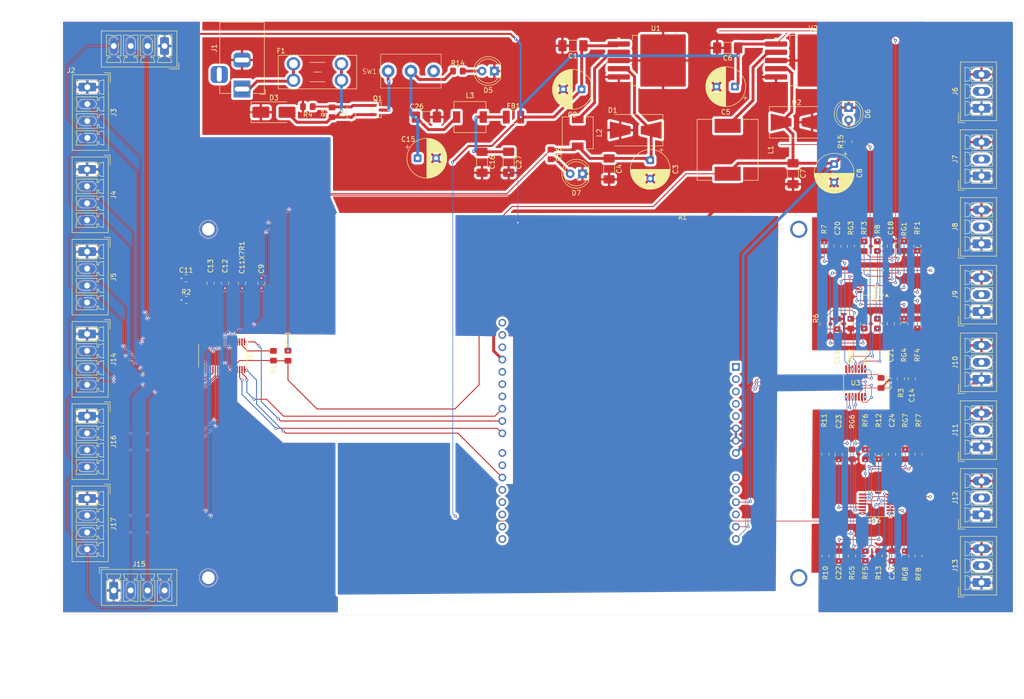
<source format=kicad_pcb>
(kicad_pcb (version 20241229) (generator "pcbnew") (generator_version "9.0")
  (layers (0 "F.Cu" signal "Front") (4 "In1.Cu" signal) (6 "In2.Cu" signal) (2 "B.Cu" signal "Back") (13 "F.Paste" user) (15 "B.Paste" user) (5 "F.SilkS" user "F.Silkscreen") (7 "B.SilkS" user "B.Silkscreen") (1 "F.Mask" user) (3 "B.Mask" user) (25 "Edge.Cuts" user))
  (net 0 "")
  (net 1 "+24V")
  (net 2 "GND")
  (net 3 "+5V")
  (net 4 "+3.3V")
  (net 5 "Net-(U7-REFIO)")
  (net 6 "Net-(U7-REFCAP)")
  (net 7 "GNDA")
  (net 8 "Net-(SW1-B)")
  (net 9 "Net-(C16-Pad1)")
  (net 10 "Net-(U3-VREFIN{slash}VREFOUT)")
  (net 11 "Net-(U5A-+)")
  (net 12 "Net-(U5C-+)")
  (net 13 "Net-(U5B-+)")
  (net 14 "Net-(U5D-+)")
  (net 15 "Net-(U6B-+)")
  (net 16 "Net-(U6D-+)")
  (net 17 "Net-(U6C-+)")
  (net 18 "Net-(U6A-+)")
  (net 19 "Net-(D3-A2)")
  (net 20 "Net-(F1-Pad1)")
  (net 21 "Net-(J2-SIG)")
  (net 22 "Net-(J3-SIG)")
  (net 23 "Net-(J4-SIG)")
  (net 24 "Net-(J5-SIG)")
  (net 25 "Net-(J6-GND)")
  (net 26 "Net-(J7-GND)")
  (net 27 "Net-(J8-GND)")
  (net 28 "Net-(J9-GND)")
  (net 29 "Net-(J10-GND)")
  (net 30 "Net-(J11-GND)")
  (net 31 "Net-(J12-GND)")
  (net 32 "Net-(J13-GND)")
  (net 33 "Net-(J14-SIG)")
  (net 34 "Net-(J15-SIG)")
  (net 35 "Net-(J16-SIG)")
  (net 36 "Net-(J17-SIG)")
  (net 37 "Net-(U2-OUT)")
  (net 38 "Net-(U1-OUT)")
  (net 39 "Net-(D4-A)")
  (net 40 "Net-(Q1-D)")
  (net 41 "Net-(U7-~{RST{slash}PD})")
  (net 42 "Net-(U3-VOUTB)")
  (net 43 "Net-(U3-VOUTC)")
  (net 44 "Net-(U3-VOUTA)")
  (net 45 "Net-(U3-VOUTD)")
  (net 46 "Net-(U3-VOUTE)")
  (net 47 "Net-(U3-VOUTF)")
  (net 48 "Net-(U3-VOUTG)")
  (net 49 "Net-(U3-VOUTH)")
  (net 50 "Net-(D5-A)")
  (net 51 "Net-(D6-A)")
  (net 52 "Net-(D7-A)")
  (net 53 "Net-(U5A--)")
  (net 54 "Net-(U5C--)")
  (net 55 "Net-(U5B--)")
  (net 56 "Net-(U5D--)")
  (net 57 "Net-(U6B--)")
  (net 58 "Net-(U6D--)")
  (net 59 "Net-(U6C--)")
  (net 60 "Net-(U6A--)")
  (net 62 "Net-(A1-D10)")
  (net 63 "Net-(A1-D8)")
  (net 64 "Net-(A1-D5)")
  (net 67 "SCK_OUT")
  (net 82 "MOSI_OUT")
  (net 89 "NSS_OUT")
  (net 90 "Net-(A1-D9)")
  (net 91 "Net-(J2-GND)")
  (net 92 "Net-(J3-GND)")
  (net 93 "Net-(J4-GND)")
  (net 94 "Net-(J5-GND)")
  (net 95 "Net-(J14-GND)")
  (net 96 "Net-(J15-GND)")
  (net 97 "Net-(J16-GND)")
  (net 98 "Net-(J17-GND)")
  (footprint "Connector_Phoenix_MC:PhoenixContact_MCV_1,5_4-G-3.5_1x04_P3.50mm_Vertical" (layer "F.Cu") (at 39.5 62 -90)
    (property "Reference" "J4")
    (property "Value" "Signal_connector")
  )
  (footprint "Resistor_SMD:R_0805_2012Metric_Pad1.20x1.40mm_HandSolder" (layer "F.Cu") (at 202.8 93.875 90)
    (property "Reference" "R9")
    (property "Value" "3.3k")
  )
  (footprint "Connector_Phoenix_MC:PhoenixContact_MCV_1,5_4-G-3.5_1x04_P3.50mm_Vertical" (layer "F.Cu") (at 45 149)
    (property "Reference" "J15")
    (property "Value" "Signal_connector")
  )
  (footprint "Inductor_SMD:L_6.3x6.3_H3" (layer "F.Cu") (at 140.875 54.45 -90)
    (property "Reference" "L2")
    (property "Value" "33uH")
  )
  (footprint "Fuse:Fuseholder_Blade_Mini_Keystone_3568" (layer "F.Cu") (at 82.1375 40.19)
    (property "Reference" "F1")
    (property "Value" "PPTC 1.1A/30V")
  )
  (footprint "Resistor_SMD:R_0805_2012Metric_Pad1.20x1.40mm_HandSolder" (layer "F.Cu") (at 85.1 49.025 180)
    (property "Reference" "R4")
    (property "Value" "75K")
  )
  (footprint "Capacitor_SMD:C_0805_2012Metric_Pad1.18x1.45mm_HandSolder" (layer "F.Cu") (at 59.9625 84.5)
    (property "Reference" "C11")
    (property "Value" "10nF")
  )
  (footprint "Resistor_SMD:R_0805_2012Metric_Pad1.20x1.40mm_HandSolder" (layer "F.Cu") (at 191.8 77.875 -90)
    (property "Reference" "R7")
    (property "Value" "3.3k")
  )
  (footprint "Resistor_SMD:R_0805_2012Metric_Pad1.20x1.40mm_HandSolder" (layer "F.Cu") (at 78 100.5 90)
    (property "Reference" "R1")
    (property "Value" "10k")
  )
  (footprint "Package_SO:TSSOP-14_4.4x5mm_P0.65mm" (layer "F.Cu") (at 201.8 85.375 180)
    (property "Reference" "U5")
    (property "Value" "TLV9304xPW")
  )
  (footprint "Capacitor_SMD:C_0805_2012Metric_Pad1.18x1.45mm_HandSolder" (layer "F.Cu") (at 194.55 77.875 90)
    (property "Reference" "C20")
    (property "Value" "1uF")
  )
  (footprint "Resistor_SMD:R_0805_2012Metric_Pad1.20x1.40mm_HandSolder" (layer "F.Cu") (at 208.3 93.875 -90)
    (property "Reference" "RG4")
    (property "Value" "10k")
  )
  (footprint "Connector_Phoenix_MC:PhoenixContact_MCV_1,5_3-G-3.5_1x03_P3.50mm_Vertical" (layer "F.Cu") (at 224.3 133.375 90)
    (property "Reference" "J12")
    (property "Value" "OUT_Signal_connector")
  )
  (footprint "Inductor_SMD:L_12x12mm_H4.5mm" (layer "F.Cu") (at 171.85 57.95 -90)
    (property "Reference" "L1")
    (property "Value" "65uH")
  )
  (footprint "Resistor_SMD:R_0805_2012Metric_Pad1.20x1.40mm_HandSolder" (layer "F.Cu") (at 200.05 77.875 -90)
    (property "Reference" "RF3")
    (property "Value" "30k")
  )
  (footprint "Resistor_SMD:R_0805_2012Metric_Pad1.20x1.40mm_HandSolder" (layer "F.Cu") (at 208.55 120.875 -90)
    (property "Reference" "RG7")
    (property "Value" "10k")
  )
  (footprint "Resistor_SMD:R_0805_2012Metric_Pad1.20x1.40mm_HandSolder" (layer "F.Cu") (at 211.05 93.875 -90)
    (property "Reference" "RF4")
    (property "Value" "30k")
  )
  (footprint "Capacitor_SMD:C_1808_4520Metric_Pad1.72x2.30mm_HandSolder" (layer "F.Cu") (at 147.35 61.897349 -90)
    (property "Reference" "C4")
    (property "Value" "470n/120V")
  )
  (footprint "Package_SO:TSSOP-14_4.4x5mm_P0.65mm" (layer "F.Cu") (at 202.55 131.125 180)
    (property "Reference" "U6")
    (property "Value" "TLV9304xPW")
  )
  (footprint "Diode_SMD:D_SMB-SMC_Universal_Handsoldering" (layer "F.Cu") (at 152.85 53.9 180)
    (property "Reference" "D1")
    (property "Value" "SK56")
  )
  (footprint "Capacitor_SMD:C_1808_4520Metric_Pad1.72x2.30mm_HandSolder" (layer "F.Cu") (at 139.875 36.45 180)
    (property "Reference" "C1")
    (property "Value" "470n/100V")
  )
  (footprint "Capacitor_SMD:C_1808_4520Metric_Pad1.72x2.30mm_HandSolder" (layer "F.Cu") (at 171.85 36.9 180)
    (property "Reference" "C6")
    (property "Value" "470n/100V")
  )
  (footprint "Capacitor_THT:CP_Radial_D8.0mm_P3.80mm" (layer "F.Cu") (at 141.677651 45.45 180)
    (property "Reference" "C2")
    (property "Value" "100u/63V")
  )
  (footprint "Connector_Phoenix_MC:PhoenixContact_MCV_1,5_4-G-3.5_1x04_P3.50mm_Vertical" (layer "F.Cu") (at 39.5 113 -90)
    (property "Reference" "J16")
    (property "Value" "Signal_connector")
  )
  (footprint "Resistor_SMD:R_0805_2012Metric_Pad1.20x1.40mm_HandSolder" (layer "F.Cu") (at 203.05 141.875 -90)
    (property "Reference" "R13")
    (property "Value" "3.3k")
  )
  (footprint "Connector_Phoenix_MC:PhoenixContact_MCV_1,5_4-G-3.5_1x04_P3.50mm_Vertical" (layer "F.Cu") (at 39.5 96 -90)
    (property "Reference" "J14")
    (property "Value" "Signal_connector")
  )
  (footprint "Resistor_SMD:R_0805_2012Metric_Pad1.20x1.40mm_HandSolder" (layer "F.Cu") (at 191.7 93.95 -90)
    (property "Reference" "R6")
    (property "Value" "3.3k")
  )
  (footprint "Capacitor_SMD:C_0805_2012Metric_Pad1.18x1.45mm_HandSolder" (layer "F.Cu") (at 203.55 106.125 -90)
    (property "Reference" "C17")
    (property "Value" "150nF")
  )
  (footprint "Diode_SMD:D_SOD-323F" (layer "F.Cu") (at 94.1 50.19 90)
    (property "Reference" "D4")
    (property "Value" "SOD322")
  )
  (footprint "własne:STM32F7_DISCO" (layer "F.Cu") (at 173.55 101.375 -90)
    (property "Reference" "A1")
    (property "Value" "STM32F746NG DISCO")
  )
  (footprint "Resistor_SMD:R_0805_2012Metric_Pad1.20x1.40mm_HandSolder" (layer "F.Cu") (at 197.55 141.875 -90)
    (property "Reference" "RG5")
    (property "Value" "10k")
  )
  (footprint "Resistor_SMD:R_0805_2012Metric_Pad1.20x1.40mm_HandSolder" (layer "F.Cu") (at 135.35 58.9 -90)
    (property "Reference" "R16")
    (property "Value" "3k")
  )
  (footprint "Resistor_SMD:R_0805_2012Metric_Pad1.20x1.40mm_HandSolder" (layer "F.Cu") (at 211.3 120.875 -90)
    (property "Reference" "RF7")
    (property "Value" "30k")
  )
  (footprint "Capacitor_SMD:C_0805_2012Metric_Pad1.18x1.45mm_HandSolder" (layer "F.Cu") (at 68 85.5 90)
    (property "Reference" "C12")
    (property "Value" "1uF")
  )
  (footprint "Capacitor_THT:CP_Radial_D8.0mm_P3.80mm" (layer "F.Cu") (at 173.35 44.9 180)
    (property "Reference" "C5")
    (property "Value" "100u/63V")
  )
  (footprint "Connector_Phoenix_MC:PhoenixContact_MCV_1,5_3-G-3.5_1x03_P3.50mm_Vertical" (layer "F.Cu") (at 224.3 91.375 90)
    (property "Reference" "J9")
    (property "Value" "OUT_Signal_connector")
  )
  (footprint "Capacitor_THT:CP_Radial_D8.0mm_P3.80mm" (layer "F.Cu") (at 193.85 60.9 -90)
    (property "Reference" "C8")
    (property "Value" "100u/20V")
  )
  (footprint "Resistor_SMD:R_0805_2012Metric_Pad1.20x1.40mm_HandSolder" (layer "F.Cu") (at 202.8 77.875 -90)
    (property "Reference" "R8")
    (property "Value" "3.3k")
  )
  (footprint "Connector_Phoenix_MC:PhoenixContact_MCV_1,5_4-G-3.5_1x04_P3.50mm_Vertical" (layer "F.Cu") (at 39.55 45 -90)
    (property "Reference" "J3")
    (property "Value" "Signal_connector")
  )
  (footprint "Capacitor_SMD:C_0805_2012Metric_Pad1.18x1.45mm_HandSolder" (layer "F.Cu") (at 75.5 85.5 -90)
    (property "Reference" "C9")
    (property "Value" "1uF")
  )
  (footprint "Diode_SMD:D_SMB_Handsoldering" (layer "F.Cu") (at 78.1 50.19)
    (property "Reference" "D3")
    (property "Value" "SMBJ33A")
  )
  (footprint "slide_switches:SLW-1276864-4A-D_FOOTPRINT" (layer "F.Cu") (at 106.4 41.69)
    (property "Reference" "SW1")
    (property "Value" "SLW-1276864-4A-D")
  )
  (footprint "Capacitor_SMD:C_0805_2012Metric_Pad1.18x1.45mm_HandSolder" (layer "F.Cu") (at 205.8 141.875 90)
    (property "Reference" "C25")
    (property "Value" "1uF")
  )
  (footprint "Connector_BarrelJack:BarrelJack_Horizontal" (layer "F.Cu") (at 71.5075 45.4 -90)
    (property "Reference" "J1")
    (property "Value" "DC_Jack_5.5x2.1mm")
  )
  (footprint "Capacitor_SMD:C_0805_2012Metric_Pad1.18x1.45mm_HandSolder" (layer "F.Cu") (at 205.8 120.875 90)
    (property "Reference" "C24")
    (property "Value" "1uF")
  )
  (footprint "Resistor_SMD:R_0805_2012Metric_Pad1.20x1.40mm_HandSolder" (layer "F.Cu") (at 90.1 50.19 90)
    (property "Reference" "R5")
    (property "Value" "180K")
  )
  (footprint "Capacitor_THT:CP_Radial_D8.0mm_P3.80mm" (layer "F.Cu") (at 107.797349 59.69)
    (property "Reference" "C15")
    (property "Value" "100u/63V")
  )
  (footprint "Resistor_SMD:R_0805_2012Metric_Pad1.20x1.40mm_HandSolder" (layer "F.Cu") (at 200.05 93.875 -90)
    (property "Reference" "RF2")
    (property "Value" "30k")
  )
  (footprint "Resistor_SMD:R_0805_2012Metric_Pad1.20x1.40mm_HandSolder" (layer "F.Cu") (at 196.85 56.275 90)
    (property "Reference" "R15")
    (property "Value" "1.5k")
  )
  (footprint "LED_THT:LED_D5.0mm_Clear" (layer "F.Cu") (at 141.85 62.9 180)
    (property "Reference" "D7")
    (property "Value" "LED")
  )
  (footprint "Capacitor_SMD:C_0805_2012Metric_Pad1.18x1.45mm_HandSolder" (layer "F.Cu") (at 71.5 85.5 90)
    (property "Reference" "C11X7R1")
    (property "Value" "10uF")
  )
  (footprint "Capacitor_SMD:C_1808_4520Metric_Pad1.72x2.30mm_HandSolder" (layer "F.Cu") (at 126.6 60.5275 -90)
    (property "Reference" "C27")
    (property "Value" "47u")
  )
  (footprint "Connector_Phoenix_MC:PhoenixContact_MCV_1,5_4-G-3.5_1x04_P3.50mm_Vertical" (layer "F.Cu") (at 39.5 79 -90)
    (property "Reference" "J5")
    (property "Value" "Signal_connector")
  )
  (footprint "Capacitor_THT:CP_Radial_D8.0mm_P3.80mm" (layer "F.Cu") (at 155.85 60.097349 -90)
    (property "Reference" "C3")
    (property "Value" "100u/20V")
  )
  (footprint "Capacitor_SMD:C_0805_2012Metric_Pad1.18x1.45mm_HandSolder" (layer "F.Cu") (at 65 85.5 90)
    (property "Reference" "C13")
    (property "Value" "10uF")
  )
  (footprint "własne:dac" (layer "F.Cu") (at 198.3 106.125 -90)
    (property "Reference" "U3")
    (property "Value" "DAC7568IAPW")
  )
  (footprint "Resistor_SMD:R_0805_2012Metric_Pad1.20x1.40mm_HandSolder" (layer "F.Cu") (at 197.55 120.875 -90)
    (property "Reference" "RG6")
    (property "Value" "10k")
  )
  (footprint "Resistor_SMD:R_0805_2012Metric_Pad1.20x1.40mm_HandSolder" (layer "F.Cu") (at 203.05 120.875 -90)
    (property "Reference" "R12")
    (property "Value" "3.3k")
  )
  (footprint "Inductor_SMD:L_1210_3225Metric_Pad1.42x2.65mm_HandSolder" (layer "F.Cu") (at 127.6 51.19)
    (property "Reference" "FB1")
    (property "Value" "Ferrite Bead 1210")
  )
  (footprint "Connector_Phoenix_MC:PhoenixContact_MCV_1,5_4-G-3.5_1x04_P3.50mm_Vertical" (layer "F.Cu") (at 55.5 36.5 180)
    (property "Reference" "J2")
    (property "Value" "Signal_connector" (hide yes))
  )
  (footprint "Package_SO:TSSOP-38_4.4x9.7mm_P0.5mm" (layer "F.Cu") (at 67.5 100.5 -90)
    (property "Reference" "U7")
    (property "Value" "ADS8688")
  )
  (footprint "Resistor_SMD:R_0805_2012Metric_Pad1.20x1.40mm_HandSolder" (layer "F.Cu") (at 116.1 41.69)
    (property "Reference" "R14")
    (property "Value" "22k")
  )
  (footprint "Resistor_SMD:R_0805_2012Metric_Pad1.20x1.40mm_HandSolder" (layer "F.Cu") (at 197.3 77.875 -90)
    (property "Reference" "RG3")
    (property "Value" "10k")
  )
  (footprint "Resistor_SMD:R_0805_2012Metric_Pad1.20x1.40mm_HandSolder" (layer "F.Cu") (at 207.65 105.2375 90)
    (property "Reference" "R3")
    (property "Value" "1M")
  )
  (footprint "Connector_Phoenix_MC:PhoenixContact_MCV_1,5_3-G-3.5_1x03_P3.50mm_Vertical" (layer "F.Cu") (at 224.3 77.375 90)
    (property "Reference" "J8")
    (property "Value" "OUT_Signal_connector")
  )
  (footprint "Package_TO_SOT_SMD:SOT-23" (layer "F.Cu") (at 99.5375 49.74)
    (property "Reference" "Q1")
    (property "Value" "IRLML9301")
  )
  (footprint "Connector_Phoenix_MC:PhoenixContact_MCV_1,5_3-G-3.5_1x03_P3.50mm_Vertical" (layer "F.Cu") (at 224.3 119.375 90)
    (property "Reference" "J11")
    (property "Value" "OUT_Signal_connector")
  )
  (footprint "Connector_Phoenix_MC:PhoenixContact_MCV_1,5_3-G-3.5_1x03_P3.50mm_Vertical" (layer "F.Cu") (at 224.3 105.375 90)
    (property "Reference" "J10")
    (property "Value" "OUT_Signal_connector")
  )
  (footprint "Resistor_SMD:R_0805_2012Metric_Pad1.20x1.40mm_HandSolder" (layer "F.Cu") (at 192.05 141.875 -90)
    (property "Reference" "R10")
    (property "Value" "3.3k")
  )
  (footprint "Package_TO_SOT_SMD:TO-263-5_TabPin3" (layer "F.Cu") (at 189.5 39.5)
    (property "Reference" "U2")
    (property "Value" "LM2596S-3.3")
  )
  (footprint "Resistor_SMD:R_0805_2012Metric_Pad1.20x1.40mm_HandSolder" (layer "F.Cu") (at 211.3 141.875 -90)
    (property "Reference" "RF8")
    (property "Value" "30k")
  )
  (footprint "Capacitor_SMD:C_1808_4520Metric_Pad1.72x2.30mm_HandSolder" (layer "F.Cu") (at 121.1 60.5275 -90)
    (property "Reference" "C16")
    (property "Value" "1u")
  )
  (footprint "Inductor_SMD:L_6.3x6.3_H3" (layer "F.Cu") (at 118.6 51.19)
    (property "Reference" "L3")
    (property "Value" "33uH")
  )
  (footprint "Resistor_SMD:R_0805_2012Metric_Pad1.20x1.40mm_HandSolder" (layer "F.Cu") (at 200.3 141.875 -90)
    (property "Reference" "RF5")
    (property "Value" "30k")
  )
  (footprint "Connector_Phoenix_MC:PhoenixContact_MCV_1,5_3-G-3.5_1x03_P3.50mm_Vertical" (layer "F.Cu") (at 224.3 63.375 90)
    (property "Reference" "J7")
    (property "Value" "OUT_Signal_connector")
  )
  (footprint "Diode_SMD:D_SMB-SMC_Universal_Handsoldering" (layer "F.Cu") (at 186.1 52.275)
    (property "Reference" "D2")
    (property "Value" "SK56")
  )
  (footprint "Connector_Phoenix_MC:PhoenixContact_MCV_1,5_4-G-3.5_1x04_P3.50mm_Vertical" (layer "F.Cu") (at 39.5 130 -90)
    (property "Reference" "J17")
    (property "Value" "Signal_connector")
  )
  (footprint "Resistor_SMD:R_0805_2012Metric_Pad1.20x1.40mm_HandSolder" (layer "F.Cu") (at 200.3 120.875 -90)
    (property "Reference" "RF6")
    (property "Value" "30k")
  )
  (footprint "Capacitor_SMD:C_0805_2012Metric_Pad1.18x1.45mm_HandSolder" (layer "F.Cu") (at 209.9 105.2375 90)
    (property "Reference" "C14")
    (property "Value" "10nF")
  )
  (footprint "Resistor_SMD:R_0805_2012Metric_Pad1.20x1.40mm_HandSolder" (layer "F.Cu") (at 197.3 93.875 -90)
    (property "Reference" "RG2")
    (property "Value" "10k")
  )
  (footprint "Resistor_SMD:R_0805_2012Metric_Pad1.20x1.40mm_HandSolder" (layer "F.Cu") (at 208.3 77.8375 -90)
    (property "Reference" "RG1")
    (property "Value" "10k")
  )
  (footprint "Connector_Phoenix_MC:PhoenixContact_MCV_1,5_3-G-3.5_1x03_P3.50mm_Vertical" (layer "F.Cu") (at 224.3 49.375 90)
    (property "Reference" "J6")
    (property "Value" "OUT_Signal_connector" (hide yes))
  )
  (footprint "LED_THT:LED_D5.0mm_Clear" (layer "F.Cu") (at 196.85 49.235 -90)
    (property "Reference" "D6")
    (property "Value" "LED")
  )
  (footprint "Capacitor_SMD:C_0805_2012Metric_Pad1.18x1.45mm_HandSolder" (layer "F.Cu") (at 194.8 120.875 90)
    (property "Reference" "C23")
    (property "Value" "1uF")
  )
  (footprint "Capacitor_SMD:C_0805_2012Metric_Pad1.18x1.45mm_HandSolder" (layer "F.Cu") (at 205.55 93.875 90)
    (property "Reference" "C21")
    (property "Value" "1uF")
  )
  (footprint "Resistor_SMD:R_0805_2012Metric_Pad1.20x1.40mm_HandSolder" (layer "F.Cu") (at 192.05 120.875 -90)
    (property "Reference" "R11")
    (property "Value" "3.3k")
  )
  (footprint "Package_TO_SOT_SMD:TO-263-5_TabPin3" (layer "F.Cu") (at 157 39.5)
    (property "Reference" "U1")
    (property "Value" "LM2596S-5")
  )
  (footprint "Capacitor_SMD:C_0805_2012Metric_Pad1.18x1.45mm_HandSolder" (layer "F.Cu") (at 205.55 77.8375 90)
    (property "Reference" "C18")
    (property "Value" "1uF")
  )
  (footprint "Capacitor_SMD:C_0805_2012Metric_Pad1.18x1.45mm_HandSolder" (layer "F.Cu") (at 81 100.5 90)
    (property "Reference" "C10")
    (property "Value" "10uF")
  )
  (footprint "Resistor_SMD:R_0805_2012Metric_Pad1.20x1.40mm_HandSolder" (layer "F.Cu") (at 208.55 141.875 -90)
    (property "Reference" "RG8")
    (property "Value" "10k")
  )
  (footprint "Connector_Phoenix_MC:PhoenixContact_MCV_1,5_3-G-3.5_1x03_P3.50mm_Vertical" (layer "F.Cu") (at 224.3 147.375 90)
    (property "Reference" "J13")
    (property "Value" "OUT_Signal_connector")
  )
  (footprint "Capacitor_SMD:C_1808_4520Metric_Pad1.72x2.30mm_HandSolder" (layer "F.Cu") (at 109.6 51.19)
    (property "Reference" "C26")
    (property "Value" "100n")
  )
  (footprint "Capacitor_SMD:C_1808_4520Metric_Pad1.72x2.30mm_HandSolder" (layer "F.Cu") (at 185.35 62.9 -90)
    (property "Reference" "C7")
    (property "Value" "470n/120V")
  )
  (footprint "Capacitor_SMD:C_0805_2012Metric_Pad1.18x1.45mm_HandSolder" (layer "F.Cu") (at 194.45 93.95 90)
    (property "Reference" "C19")
    (property "Value" "1uF")
  )
  (footprint "Resistor_SMD:R_0805_2012Metric_Pad1.20x1.40mm_HandSolder" (layer "F.Cu") (at 211.05 77.8375 -90)
    (property "Reference" "RF1")
    (property "Value" "30k")
  )
  (footprint "Resistor_SMD:R_0805_2012Metric_Pad1.20x1.40mm_HandSolder" (layer "F.Cu") (at 59.9825 89.005)
    (property "Reference" "R2")
    (property "Value" "1M")
  )
  (footprint "LED_THT:LED_D5.0mm_Clear" (layer "F.Cu") (at 123.64 41.69 180)
    (property "Reference" "D5")
    (property "Value" "LED")
  )
  (footprint "Capacitor_SMD:C_0805_2012Metric_Pad1.18x1.45mm_HandSolder" (layer "F.Cu") (at 194.8 141.875 90)
    (property "Reference" "C22")
    (property "Value" "1uF")
  )
  (gr_rect (start 34.018497 30.993497) (end 231.3 154) (stroke (width 0.0381)) (fill no) (layer "Edge.Cuts"))
  (segment (start 129.0875 51.19) (end 135.937651 51.19) (width 0.6) (layer "F.Cu") (net 1))
  (segment (start 149 36.45) (end 149.35 36.1) (width 0.6) (layer "F.Cu") (net 1))
  (segment (start 118.3255 57.1745) (end 118.5 57.1745) (width 0.4) (layer "F.Cu") (net 1))
  (segment (start 141.677651 36.809849) (end 142.0375 36.45) (width 0.6) (layer "F.Cu") (net 1))
  (segment (start 174.8125 36.1) (end 174.0125 36.9) (width 0.6) (layer "F.Cu") (net 1))
  (segment (start 174.0125 38.4375) (end 174.1 38.525) (width 0.6) (layer "F.Cu") (net 1))
  (segment (start 142.0375 36.45) (end 149 36.45) (width 0.6) (layer "F.Cu") (net 1))
  (segment (start 204.6625 85.375) (end 206.55 85.375) (width 0.15) (layer "F.Cu") (net 1))
  (segment (start 204.55 33.375) (end 170.125 33.375) (width 0.15) (layer "F.Cu") (net 1))
  (segment (start 135.937651 51.19) (end 141.677651 45.45) (width 0.6) (layer "F.Cu") (net 1))
  (segment (start 123.103 57.1745) (end 129.0875 51.19) (width 0.4) (layer "F.Cu") (net 1))
  (segment (start 202.5 131.275) (end 202.65 131.125) (width 0.127) (layer "F.Cu") (net 1))
  (segment (start 206.55 35.375) (end 204.55 33.375) (width 0.15) (layer "F.Cu") (net 1))
  (segment (start 47.5 34) (end 45 36.5) (width 0.4) (layer "F.Cu") (net 1))
  (segment (start 202.65 131.125) (end 205.4125 131.125) (width 0.127) (layer "F.Cu") (net 1))
  (segment (start 115.55 133.625) (end 116.5915 134.6665) (width 0.127) (layer "F.Cu") (net 1))
  (segment (start 116.5915 134.6665) (end 202.031003 134.6665) (width 0.127) (layer "F.Cu") (net 1))
  (segment (start 174.0125 36.9) (end 174.0125 44.2375) (width 0.6) (layer "F.Cu") (net 1))
  (segment (start 184.175 33.775) (end 181.85 36.1) (width 0.15) (layer "F.Cu") (net 1))
  (segment (start 174.0125 44.2375) (end 173.35 44.9) (width 0.6) (layer "F.Cu") (net 1))
  (segment (start 128 35) (end 127 34) (width 0.4) (layer "F.Cu") (net 1))
  (segment (start 181.85 36.1) (end 174.8125 36.1) (width 0.6) (layer "F.Cu") (net 1))
  (segment (start 118.5 57.1745) (end 123.103 57.1745) (width 0.4) (layer "F.Cu") (net 1))
  (segment (start 141.677651 45.45) (end 141.677651 36.809849) (width 0.6) (layer "F.Cu") (net 1))
  (segment (start 127 34) (end 47.5 34) (width 0.4) (layer "F.Cu") (net 1))
  (segment (start 115 60.5) (end 118.3255 57.1745) (width 0.4) (layer "F.Cu") (net 1))
  (segment (start 174.0125 36.9) (end 174.0125 38.4375) (width 0.6) (layer "F.Cu") (net 1))
  (via (at 206.55 35.375) (size 0.6) (drill 0.3) (layers "F.Cu" "B.Cu") (net 1))
  (via (at 202.5 131.275) (size 0.6) (drill 0.3) (layers "F.Cu" "B.Cu") (net 1))
  (via (at 129.0875 51.19) (size 0.6) (drill 0.3) (layers "F.Cu" "B.Cu") (net 1))
  (via (at 202.031003 134.6665) (size 0.6) (drill 0.3) (layers "F.Cu" "B.Cu") (net 1))
  (via (at 206.55 85.375) (size 0.6) (drill 0.3) (layers "F.Cu" "B.Cu") (net 1))
  (via (at 174.1 38.525) (size 0.6) (drill 0.3) (layers "F.Cu" "B.Cu") (net 1))
  (via (at 129.0875 51.19) (size 0.6) (drill 0.3) (layers "F.Cu" "B.Cu") (net 1))
  (via (at 128 35) (size 0.6) (drill 0.3) (layers "F.Cu" "B.Cu") (net 1))
  (via (at 115.55 133.625) (size 0.6) (drill 0.3) (layers "F.Cu" "B.Cu") (net 1))
  (via (at 115 60.5) (size 0.6) (drill 0.3) (layers "F.Cu" "B.Cu") (net 1))
  (segment (start 39.55 55.5) (end 35.5 51.45) (width 0.4) (layer "B.Cu") (net 1))
  (segment (start 202.1 134.597503) (end 202.031003 134.6665) (width 0.127) (layer "B.Cu") (net 1))
  (segment (start 129.0875 51.19) (end 129.0875 49.0375) (width 0.6) (layer "B.Cu") (net 1))
  (segment (start 35.5 51.45) (end 35.5 40.5) (width 0.4) (layer "B.Cu") (net 1))
  (segment (start 202.1 131.675) (end 202.1 134.597503) (width 0.127) (layer "B.Cu") (net 1))
  (segment (start 39.55 55.95) (end 36 59.5) (width 0.4) (layer "B.Cu") (net 1))
  (segment (start 129.0875 36.0875) (end 128 35) (width 0.4) (layer "B.Cu") (net 1))
  (segment (start 115.05 60.375) (end 115.05 81.375) (width 0.127) (layer "B.Cu") (net 1))
  (segment (start 39.5 72.5) (end 36 76) (width 0.4) (layer "B.Cu") (net 1))
  (segment (start 35.5 40.5) (end 39.5 36.5) (width 0.4) (layer "B.Cu") (net 1))
  (segment (start 55.5 149) (end 52 152.5) (width 0.4) (layer "B.Cu") (net 1))
  (segment (start 115.05 133.125) (end 115.55 133.625) (width 0.127) (layer "B.Cu") (net 1))
  (segment (start 35.5 121) (end 38 123.5) (width 0.4) (layer "B.Cu") (net 1))
  (segment (start 38 123.5) (end 39.5 123.5) (width 0.4) (layer "B.Cu") (net 1))
  (segment (start 36 93) (end 36 103) (width 0.4) (layer "B.Cu") (net 1))
  (segment (start 129.1 51.2025) (end 129.0875 51.19) (width 0.4) (layer "B.Cu") (net 1))
  (segment (start 39.5 150) (end 39.5 140.5) (width 0.4) (layer "B.Cu") (net 1))
  (segment (start 38.5 106.5) (end 39.5 106.5) (width 0.4) (layer "B.Cu") (net 1))
  (segment (start 36 76) (end 36 86) (width 0.4) (layer "B.Cu") (net 1))
  (segment (start 36 59.5) (end 36 69) (width 0.4) (layer "B.Cu") (net 1))
  (segment (start 39.5 140.5) (end 35.5 136.5) (width 0.4) (layer "B.Cu") (net 1))
  (segment (start 206.55 85.375) (end 206.55 35.375) (width 0.15) (layer "B.Cu") (net 1))
  (segment (start 39.5 89.5) (end 36 93) (width 0.4) (layer "B.Cu") (net 1))
  (segment (start 35.5 136.5) (end 35.5 126.5) (width 0.4) (layer "B.Cu") (net 1))
  (segment (start 35.5 126.5) (end 35.5 126) (width 0.4) (layer "B.Cu") (net 1))
  (segment (start 129.0875 49.0375) (end 139.6 38.525) (width 0.6) (layer "B.Cu") (net 1))
  (segment (start 39.55 55.5) (end 39.55 55.95) (width 0.4) (layer "B.Cu") (net 1))
  (segment (start 36 69) (end 39.5 72.5) (width 0.4) (layer "B.Cu") (net 1))
  (segment (start 39.5 36.5) (end 45 36.5) (width 0.4) (layer "B.Cu") (net 1))
  (segment (start 139.6 38.525) (end 174.1 38.525) (width 0.6) (layer "B.Cu") (net 1))
  (segment (start 115.05 81.375) (end 115.05 133.125) (width 0.127) (layer "B.Cu") (net 1))
  (segment (start 202.5 131.275) (end 202.1 131.675) (width 0.127) (layer "B.Cu") (net 1))
  (segment (start 35.5 121) (end 35.5 109.5) (width 0.4) (layer "B.Cu") (net 1))
  (segment (start 36 103) (end 39.5 106.5) (width 0.4) (layer "B.Cu") (net 1))
  (segment (start 35.5 126) (end 36.5 125) (width 0.4) (layer "B.Cu") (net 1))
  (segment (start 36.5 125) (end 38 123.5) (width 0.4) (layer "B.Cu") (net 1))
  (segment (start 52 152.5) (end 42 152.5) (width 0.4) (layer "B.Cu") (net 1))
  (segment (start 129.0875 51.19) (end 129.0875 36.0875) (width 0.4) (layer "B.Cu") (net 1))
  (segment (start 42 152.5) (end 39.5 150) (width 0.4) (layer "B.Cu") (net 1))
  (segment (start 35.5 109.5) (end 38.5 106.5) (width 0.4) (layer "B.Cu") (net 1))
  (segment (start 36 86) (end 39.5 89.5) (width 0.4) (layer "B.Cu") (net 1))
  (segment (start 68.5 98.374999) (end 68.5 97.6375) (width 0.2) (layer "F.Cu") (net 2))
  (segment (start 206.475 104.2375) (end 203.55 107.1625) (width 0.4) (layer "F.Cu") (net 2))
  (segment (start 81 99.4625) (end 81 99.5) (width 0.2) (layer "F.Cu") (net 2))
  (segment (start 61 84.5) (end 61 88.9875) (width 0.2) (layer "F.Cu") (net 2))
  (segment (start 84.145 67.328) (end 137.422 67.328) (width 0.2) (layer "F.Cu") (net 2))
  (segment (start 200.05 107.1625) (end 199.997501 107.1625) (width 0.127) (layer "F.Cu") (net 2))
  (segment (start 67 103.3625) (end 67.5 103.3625) (width 0.2) (layer "F.Cu") (net 2))
  (segment (start 68.728001 98.612847) (end 68.917154 98.802) (width 0.2) (layer "F.Cu") (net 2))
  (segment (start 209.8625 104.2375) (end 209.9 104.2) (width 0.4) (layer "F.Cu") (net 2))
  (segment (start 67.5 103.3625) (end 67.5 104.030586) (width 0.2) (layer "F.Cu") (net 2))
  (segment (start 68.5 98.374999) (end 68.728001 98.603) (width 0.2) (layer "F.Cu") (net 2))
  (segment (start 194.55 70) (end 193.85 69.3) (width 0.6) (layer "F.Cu") (net 2))
  (segment (start 68.728001 98.603) (end 68.728001 98.612847) (width 0.2) (layer "F.Cu") (net 2))
  (segment (start 166.5625 73) (end 127.5 73) (width 0.6) (layer "F.Cu") (net 2))
  (segment (start 68.271999 104.328) (end 68.5 104.099999) (width 0.2) (layer "F.Cu") (net 2))
  (segment (start 123.5 77) (end 123.5 99.505) (width 0.6) (layer "F.Cu") (net 2))
  (segment (start 69.728001 98.603) (end 70.271999 98.603) (width 0.2) (layer "F.Cu") (net 2))
  (segment (start 81 70.473) (end 84.145 67.328) (width 0.2) (layer "F.Cu") (net 2))
  (segment (start 67.5 104.030586) (end 67.797414 104.328) (width 0.2) (layer "F.Cu") (net 2))
  (segment (start 199.6875 131.125) (end 200.95 131.125) (width 0.15) (layer "F.Cu") (net 2))
  (segment (start 76.473 75) (end 81 70.473) (width 0.2) (layer "F.Cu") (net 2))
  (segment (start 198.95 108.995) (end 198.95 108.210001) (width 0.127) (layer "F.Cu") (net 2))
  (segment (start 149.35 39.5) (end 147.375 39.5) (width 0.127) (layer "F.Cu") (net 2))
  (segment (start 61 84.5) (end 64.9625 84.5) (width 0.2) (layer "F.Cu") (net 2))
  (segment (start 67 97.6375) (end 67 98.374999) (width 0.2) (layer "F.Cu") (net 2))
  (segment (start 149.35 39.5) (end 147.625 39.5) (width 0.127) (layer "F.Cu") (net 2))
  (segment (start 198.9375 85.375) (end 197.6 85.375) (width 0.127) (layer "F.Cu") (net 2))
  (segment (start 193.85 69.3) (end 193.85 64.7) (width 0.6) (layer "F.Cu") (net 2))
  (segment (start 69.5 98.374999) (end 69.728001 98.603) (width 0.2) (layer "F.Cu") (net 2))
  (segment (start 65 84.4625) (end 75.5 84.4625) (width 0.2) (layer "F.Cu") (net 2))
  (segment (start 199.997501 107.1625) (end 203.55 107.1625) (width 0.127) (layer "F.Cu") (net 2))
  (segment (start 207.65 104.2375) (end 209.8625 104.2375) (width 0.4) (layer "F.Cu") (net 2))
  (segment (start 68.728001 98.603) (end 69.271999 98.603) (width 0.2) (layer "F.Cu") (net 2))
  (segment (start 179.875 39.5) (end 178.85 40.525) (width 0.127) (layer "F.Cu") (net 2))
  (segment (start 200.95 131.125) (end 201.3 131.475) (width 0.15) (layer "F.Cu") (net 2))
  (segment (start 68.271999 98.603) (end 68.5 98.374999) (width 0.2) (layer "F.Cu") (net 2))
  (segment (start 69.5 103.3625) (end 69 103.3625) (width 0.2) (layer "F.Cu") (net 2))
  (segment (start 197.6 85.375) (end 197.3 85.675) (width 0.127) (layer "F.Cu") (net 2))
  (segment (start 174.5 65.0625) (end 166.5625 73) (width 0.6) (layer "F.Cu") (net 2))
  (segment (start 69.271999 98.603) (end 69.5 98.374999) (width 0.2) (layer "F.Cu") (net 2))
  (segment (start 67 98.374999) (end 67.228001 98.603) (width 0.2) (layer "F.Cu") (net 2))
  (segment (start 64.9625 84.5) (end 65 84.4625) (width 0.2) (layer "F.Cu") (net 2))
  (segment (start 70.5 97.6375) (end 71 97.6375) (width 0.2) (layer "F.Cu") (net 2))
  (segment (start 203.55 107.1625) (end 206.0125 107.1625) (width 0.127) (layer "F.Cu") (net 2))
  (segment (start 198.95 108.210001) (end 199.997501 107.1625) (width 0.127) (layer "F.Cu") (net 2))
  (segment (start 69.5 98.374999) (end 69.5 97.6375) (width 0.2) (layer "F.Cu") (net 2))
  (segment (start 181.85 39.5) (end 179.875 39.5) (width 0.127) (layer "F.Cu") (net 2))
  (segment (start 68.5 104.099999) (end 68.5 103.3625) (width 0.2) (layer "F.Cu") (net 2))
  (segment (start 123.5 99.505) (end 125.29 101.295) (width 0.6) (layer "F.Cu") (net 2))
  (segment (start 207.65 104.2375) (end 206.475 104.2375) (width 0.4) (layer "F.Cu") (net 2))
  (segment (start 67.228001 98.603) (end 68.271999 98.603) (width 0.2) (layer "F.Cu") (net 2))
  (segment (start 70.5 98.374999) (end 70.5 97.6375) (width 0.2) (layer "F.Cu") (net 2))
  (segment (start 137.422 67.328) (end 141.85 62.9) (width 0.2) (layer "F.Cu") (net 2))
  (segment (start 70.271999 98.603) (end 70.5 98.374999) (width 0.2) (layer "F.Cu") (net 2))
  (segment (start 201.3 131.475) (end 200.9 131.075) (width 0.15) (layer "F.Cu") (net 2))
  (segment (start 68.5 103.3625) (end 69 103.3625) (width 0.2) (layer "F.Cu") (net 2))
  (segment (start 127.5 73) (end 123.5 77) (width 0.6) (layer "F.Cu") (net 2))
  (segment (start 194.55 70) (end 194.55 76.8375) (width 0.6) (layer "F.Cu") (net 2))
  (segment (start 61 88.9875) (end 60.9825 89.005) (width 0.2) (layer "F.Cu") (net 2))
  (segment (start 147.375 39.5) (end 146.35 40.525) (width 0.127) (layer "F.Cu") (net 2))
  (segment (start 200.9 131.075) (end 197.9 131.075) (width 0.15) (layer "F.Cu") (net 2))
  (segment (start 67.797414 104.328) (end 68.271999 104.328) (width 0.2) (layer "F.Cu") (net 2))
  (segment (start 185.35 65.0625) (end 174.5 65.0625) (width 0.6) (layer "F.Cu") (net 2))
  (via (at 126.6 62.69) (size 0.6) (drill 0.3) (layers "F.Cu" "B.Cu") (net 2))
  (via (at 76.473 75) (size 0.6) (drill 0.3) (layers "F.Cu" "B.Cu") (net 2))
  (via (at 81 99.5) (size 0.6) (drill 0.3) (layers "F.Cu" "B.Cu") (net 2))
  (via (at 81.2365 70.2365) (size 0.6) (drill 0.3) (layers "F.Cu" "B.Cu") (net 2))
  (via (at 69 103.3625) (size 0.6) (drill 0.3) (layers "F.Cu" "B.Cu") (net 2))
  (via (at 128.5 73) (size 0.6) (drill 0.3) (layers "F.Cu" "B.Cu") (net 2))
  (via (at 68.917154 98.802) (size 0.6) (drill 0.3) (layers "F.Cu" "B.Cu") (net 2))
  (via (at 75.5 84.4625) (size 0.6) (drill 0.3) (layers "F.Cu" "B.Cu") (net 2))
  (segment (start 68.917154 103.022346) (end 68.917154 98.802) (width 0.2) (layer "B.Cu") (net 2))
  (segment (start 69 103.3625) (end 69 103.105192) (width 0.2) (layer "B.Cu") (net 2))
  (segment (start 76.5 83.4625) (end 76.5 75.027) (width 0.2) (layer "B.Cu") (net 2))
  (segment (start 81 99.5) (end 81 70.473) (width 0.2) (layer "B.Cu") (net 2))
  (segment (start 128.5 73) (end 128.5 63.2) (width 0.127) (layer "B.Cu") (net 2))
  (segment (start 75.5 84.4625) (end 76.5 83.4625) (width 0.2) (layer "B.Cu") (net 2))
  (segment (start 126.5 62.59) (end 126.6 62.69) (width 0.127) (layer "B.Cu") (net 2))
  (segment (start 76.5 75.027) (end 76.473 75) (width 0.2) (layer "B.Cu") (net 2))
  (segment (start 128.5 63.2) (end 127.8 62.5) (width 0.127) (layer "B.Cu") (net 2))
  (segment (start 69 103.105192) (end 68.917154 103.022346) (width 0.2) (layer "B.Cu") (net 2))
  (segment (start 127.8 62.5) (end 126.5 62.5) (width 0.127) (layer "B.Cu") (net 2))
  (segment (start 126.5 62.5) (end 126.5 62.59) (width 0.127) (layer "B.Cu") (net 2))
  (segment (start 155.172349 60.097349) (end 154.809849 59.734849) (width 0.6) (layer "F.Cu") (net 3))
  (segment (start 150.965764 41.2) (end 149.35 41.2) (width 0.6) (layer "F.Cu") (net 3))
  (segment (start 152.6 42.834236) (end 150.965764 41.2) (width 0.6) (layer "F.Cu") (net 3))
  (segment (start 156.05 53.9) (end 152.6 50.45) (width 0.6) (layer "F.Cu") (net 3))
  (segment (start 83 67) (end 126.25 67) (width 0.2) (layer "F.Cu") (net 3))
  (segment (start 152.6 50.45) (end 152.6 42.834236) (width 0.6) (layer "F.Cu") (net 3))
  (segment (start 147.35 59.734849) (end 143.409849 59.734849) (width 0.6) (layer "F.Cu") (net 3))
  (segment (start 140.175 57.9) (end 140.875 57.2) (width 0.6) (layer "F.Cu") (net 3))
  (segment (start 135.35 57.9) (end 140.175 57.9) (width 0.6) (layer "F.Cu") (net 3))
  (segment (start 74 94) (end 73 95) (width 0.2) (layer "F.Cu") (net 3))
  (segment (start 77 73) (end 83 67) (width 0.2) (layer "F.Cu") (net 3))
  (segment (start 69.253295 95) (end 68 96.253295) (width 0.2) (layer "F.Cu") (net 3))
  (segment (start 68 96.253295) (end 68 97.6375) (width 0.2) (layer "F.Cu") (net 3))
  (segment (start 143.409849 59.734849) (end 140.875 57.2) (width 0.6) (layer "F.Cu") (net 3))
  (segment (start 156.05 59.897349) (end 155.85 60.097349) (width 0.6) (layer "F.Cu") (net 3))
  (segment (start 73 95) (end 69.253295 95) (width 0.2) (layer "F.Cu") (net 3))
  (segment (start 68 102) (end 68 103.3625) (width 0.2) (layer "F.Cu") (net 3))
  (segment (start 155.85 60.097349) (end 155.172349 60.097349) (width 0.6) (layer "F.Cu") (net 3))
  (segment (start 154.809849 59.734849) (end 147.35 59.734849) (width 0.6) (layer "F.Cu") (net 3))
  (segment (start 126.25 67) (end 135.35 57.9) (width 0.2) (layer "F.Cu") (net 3))
  (segment (start 156.05 53.9) (end 156.05 59.897349) (width 0.6) (layer "F.Cu") (net 3))
  (via (at 77 73) (size 0.6) (drill 0.3) (layers "F.Cu" "B.Cu") (net 3))
  (via (at 75.5 86.5375) (size 0.6) (drill 0.3) (layers "F.Cu" "B.Cu") (net 3))
  (via (at 68 102) (size 0.6) (drill 0.3) (layers "F.Cu" "B.Cu") (net 3))
  (via (at 68 96.253295) (size 0.6) (drill 0.3) (layers "F.Cu" "B.Cu") (net 3))
  (via (at 74 94) (size 0.6) (drill 0.3) (layers "F.Cu" "B.Cu") (net 3))
  (segment (start 68 96.253295) (end 68 102) (width 0.2) (layer "B.Cu") (net 3))
  (segment (start 75.5 86.5375) (end 75.5 92.5) (width 0.2) (layer "B.Cu") (net 3))
  (segment (start 75.5 92.5) (end 74 94) (width 0.2) (layer "B.Cu") (net 3))
  (segment (start 77 85.0375) (end 75.5 86.5375) (width 0.2) (layer "B.Cu") (net 3))
  (segment (start 77 73) (end 77 85.0375) (width 0.2) (layer "B.Cu") (net 3))
  (segment (start 156.533115 69.676658) (end 156.5 69.676658) (width 0.2) (layer "F.Cu") (net 4))
  (segment (start 70 103.3625) (end 70 102.5) (width 0.2) (layer "F.Cu") (net 4))
  (segment (start 78.5 101.5) (end 78.5375 101.5375) (width 0.2) (layer "F.Cu") (net 4))
  (segment (start 182.9 52.275) (end 185.35 54.725) (width 0.6) (layer "F.Cu") (net 4))
  (segment (start 156.5 69.676658) (end 127.323342 69.676658) (width 0.2) (layer "F.Cu") (net 4))
  (segment (start 201.3 57.375) (end 200.8 56.875) (width 0.15) (layer "F.Cu") (net 4))
  (segment (start 185.35 54.725) (end 185.35 60.7375) (width 0.6) (layer "F.Cu") (net 4))
  (segment (start 78.5375 101.5375) (end 81 101.5375) (width 0.2) (layer "F.Cu") (net 4))
  (segment (start 185.35 60.7375) (end 193.6875 60.7375) (width 0.6) (layer "F.Cu") (net 4))
  (segment (start 185.1 42.15) (end 185.1 50.075) (width 0.6) (layer "F.Cu") (net 4))
  (segment (start 193.6875 60.7375) (end 193.85 60.9) (width 0.6) (layer "F.Cu") (net 4))
  (segment (start 200.8 56.875) (end 182.8 56.875) (width 0.15) (layer "F.Cu") (net 4))
  (segment (start 184.15 41.2) (end 185.1 42.15) (width 0.6) (layer "F.Cu") (net 4))
  (segment (start 78 101.5) (end 78.5 101.5) (width 0.2) (layer "F.Cu") (net 4))
  (segment (start 181.85 41.2) (end 184.15 41.2) (width 0.6) (layer "F.Cu") (net 4))
  (segment (start 87 111.5) (end 81 105.5) (width 0.2) (layer "F.Cu") (net 4))
  (segment (start 185.35 60.7375) (end 174.0125 60.7375) (width 0.6) (layer "F.Cu") (net 4))
  (segment (start 115.5 111.5) (end 87 111.5) (width 0.2) (layer "F.Cu") (net 4))
  (segment (start 196.85 57.9) (end 193.85 60.9) (width 0.6) (layer "F.Cu") (net 4))
  (segment (start 70 102.5) (end 71 101.5) (width 0.2) (layer "F.Cu") (net 4))
  (segment (start 81 105.5) (end 81 101.5375) (width 0.2) (layer "F.Cu") (net 4))
  (segment (start 127.323342 69.676658) (end 120.5 76.5) (width 0.2) (layer "F.Cu") (net 4))
  (segment (start 71 101.5) (end 78 101.5) (width 0.2) (layer "F.Cu") (net 4))
  (segment (start 196.85 57.275) (end 196.85 57.9) (width 0.6) (layer "F.Cu") (net 4))
  (segment (start 163.276658 62.9) (end 171.85 62.9) (width 0.2) (layer "F.Cu") (net 4))
  (segment (start 120.5 106.5) (end 115.5 111.5) (width 0.2) (layer "F.Cu") (net 4))
  (segment (start 174.0125 60.7375) (end 171.85 62.9) (width 0.6) (layer "F.Cu") (net 4))
  (segment (start 185.1 50.075) (end 182.9 52.275) (width 0.6) (layer "F.Cu") (net 4))
  (segment (start 199.6 102.125) (end 199.6 103.255) (width 0.15) (layer "F.Cu") (net 4))
  (segment (start 120.5 76.5) (end 120.5 106.5) (width 0.2) (layer "F.Cu") (net 4))
  (segment (start 156.5 69.676658) (end 163.276658 62.9) (width 0.2) (layer "F.Cu") (net 4))
  (segment (start 171.1 62.9) (end 171.85 62.9) (width 0.127) (layer "F.Cu") (net 4))
  (via (at 199.6 102.125) (size 0.6) (drill 0.3) (layers "F.Cu" "B.Cu") (net 4))
  (via (at 201.3 57.375) (size 0.6) (drill 0.3) (layers "F.Cu" "B.Cu") (net 4))
  (segment (start 173.55 120.595) (end 175.05 119.095) (width 0.6) (layer "B.Cu") (net 4))
  (segment (start 189.1 65.65) (end 193.85 60.9) (width 0.6) (layer "B.Cu") (net 4))
  (segment (start 201.3 59.881) (end 201.3 57.375) (width 0.15) (layer "B.Cu") (net 4))
  (segment (start 201.297 59.884) (end 201.3 59.881) (width 0.15) (layer "B.Cu") (net 4))
  (segment (start 199.6 101.825) (end 201.297 100.128) (width 0.15) (layer "B.Cu") (net 4))
  (segment (start 199.6 102.125) (end 199.6 101.825) (width 0.15) (layer "B.Cu") (net 4))
  (segment (start 175.05 119.095) (end 175.05 79.7) (width 0.6) (layer "B.Cu") (net 4))
  (segment (start 201.297 100.128) (end 201.297 59.884) (width 0.15) (layer "B.Cu") (net 4))
  (segment (start 175.05 79.7) (end 189.1 65.65) (width 0.6) (layer "B.Cu") (net 4))
  (segment (start 71.5 86.5375) (end 71 87.0375) (width 0.2) (layer "F.Cu") (net 5))
  (segment (start 70 96) (end 70 97.6375) (width 0.2) (layer "F.Cu") (net 5))
  (via (at 71.5 86.5375) (size 0.6) (drill 0.3) (layers "F.Cu" "B.Cu") (net 5))
  (via (at 70 96) (size 0.6) (drill 0.3) (layers "F.Cu" "B.Cu") (net 5))
  (segment (start 71.5 94.5) (end 70 96) (width 0.2) (layer "B.Cu") (net 5))
  (segment (start 71.5 86.5375) (end 71.5 94.5) (width 0.2) (layer "B.Cu") (net 5))
  (segment (start 69 96) (end 69 97.6375) (width 0.2) (layer "F.Cu") (net 6))
  (segment (start 65 86.5375) (end 68 86.5375) (width 0.2) (layer "F.Cu") (net 6))
  (via (at 69 96) (size 0.6) (drill 0.3) (layers "F.Cu" "B.Cu") (net 6))
  (via (at 68 86.5375) (size 0.6) (drill 0.3) (layers "F.Cu" "B.Cu") (net 6))
  (segment (start 68 95) (end 69 96) (width 0.2) (layer "B.Cu") (net 6))
  (segment (start 68 86.5375) (end 68 95) (width 0.2) (layer "B.Cu") (net 6))
  (segment (start 223.4375 106.2375) (end 207.65 106.2375) (width 0.4) (layer "F.Cu") (net 7))
  (segment (start 58.925 84.5) (end 58.9775 84.5) (width 0.2) (layer "F.Cu") (net 7))
  (segment (start 224.3 105.375) (end 223.4375 106.2375) (width 0.4) (layer "F.Cu") (net 7))
  (segment (start 58.9775 84.5) (end 58.9825 84.505) (width 0.2) (layer "F.Cu") (net 7))
  (via (at 58.9825 89.005) (size 0.6) (drill 0.3) (layers "F.Cu" "B.Cu") (net 7))
  (via (at 58.9825 84.505) (size 0.6) (drill 0.3) (layers "F.Cu" "B.Cu") (net 7))
  (segment (start 58.9825 84.505) (end 58.9825 89.005) (width 0.2) (layer "B.Cu") (net 7))
  (segment (start 192.8 98.875) (end 193.05 98.875) (width 0.127) (layer "B.Cu") (net 7))
  (segment (start 108.128 43.418) (end 113.372 43.418) (width 0.6) (layer "F.Cu") (net 8))
  (segment (start 113.265 53.775) (end 110.0225 53.775) (width 0.6) (layer "F.Cu") (net 8))
  (segment (start 115.85 51.19) (end 113.265 53.775) (width 0.6) (layer "F.Cu") (net 8))
  (segment (start 107.4375 51.3625) (end 107.797349 51.722349) (width 0.6) (layer "F.Cu") (net 8))
  (segment (start 107.4375 51.19) (end 107.4375 51.3625) (width 0.6) (layer "F.Cu") (net 8))
  (segment (start 106.4 41.69) (end 108.128 43.418) (width 0.6) (layer "F.Cu") (net 8))
  (segment (start 110.0225 53.775) (end 107.4375 51.19) (width 0.6) (layer "F.Cu") (net 8))
  (segment (start 113.372 43.418) (end 115.1 41.69) (width 0.6) (layer "F.Cu") (net 8))
  (via (at 107.4375 51.19) (size 0.6) (drill 0.3) (layers "F.Cu" "B.Cu") (net 8))
  (segment (start 107.4375 51.19) (end 106.865 51.19) (width 0.6) (layer "B.Cu") (net 8))
  (segment (start 106.4 50.725) (end 106.4 41.69) (width 0.6) (layer "B.Cu") (net 8))
  (segment (start 106.865 51.19) (end 106.4 50.725) (width 0.6) (layer "B.Cu") (net 8))
  (segment (start 107.4375 51.19) (end 107.4375 51.4375) (width 0.6) (layer "B.Cu") (net 8))
  (segment (start 107.797349 51.797349) (end 107.797349 59.69) (width 0.6) (layer "B.Cu") (net 8))
  (segment (start 107.4375 51.4375) (end 107.797349 51.797349) (width 0.6) (layer "B.Cu") (net 8))
  (segment (start 119.35 58.275) (end 121.01 58.275) (width 0.6) (layer "F.Cu") (net 9))
  (segment (start 126.1125 51.19) (end 121.35 51.19) (width 0.6) (layer "F.Cu") (net 9))
  (segment (start 126.6 58.365) (end 121.1 58.365) (width 0.6) (layer "F.Cu") (net 9))
  (segment (start 119.935 51.19) (end 119.85 51.275) (width 0.6) (layer "F.Cu") (net 9))
  (segment (start 121.01 58.275) (end 121.1 58.365) (width 0.6) (layer "F.Cu") (net 9))
  (segment (start 121.35 51.19) (end 119.935 51.19) (width 0.6) (layer "F.Cu") (net 9))
  (via (at 119.85 51.275) (size 0.6) (drill 0.3) (layers "F.Cu" "B.Cu") (net 9))
  (via (at 119.35 58.275) (size 0.6) (drill 0.3) (layers "F.Cu" "B.Cu") (net 9))
  (segment (start 119.85 51.275) (end 119.85 57.775) (width 0.6) (layer "B.Cu") (net 9))
  (segment (start 119.85 57.775) (end 119.35 58.275) (width 0.6) (layer "B.Cu") (net 9))
  (segment (start 203.55 105.0875) (end 202.8375 104.375) (width 0.127) (layer "F.Cu") (net 10))
  (segment (start 196.685001 104.375) (end 196.35 104.039999) (width 0.127) (layer "F.Cu") (net 10))
  (segment (start 196.35 104.039999) (end 196.35 103.255) (width 0.127) (layer "F.Cu") (net 10))
  (segment (start 202.8375 104.375) (end 196.685001 104.375) (width 0.127) (layer "F.Cu") (net 10))
  (segment (start 205.55 78.875) (end 202.8 78.875) (width 0.15) (layer "F.Cu") (net 11))
  (segment (start 202.801 85.692703) (end 203.133297 86.025) (width 0.15) (layer "F.Cu") (net 11))
  (segment (start 203.133297 86.025) (end 204.6625 86.025) (width 0.15) (layer "F.Cu") (net 11))
  (segment (start 202.8 78.875) (end 202.801 78.875) (width 0.15) (layer "F.Cu") (net 11))
  (via (at 202.801 85.692703) (size 0.6) (drill 0.3) (layers "F.Cu" "B.Cu") (net 11))
  (via (at 202.801 78.875) (size 0.6) (drill 0.3) (layers "F.Cu" "B.Cu") (net 11))
  (segment (start 202.801 78.875) (end 202.801 85.692703) (width 0.15) (layer "B.Cu") (net 11))
  (segment (start 191.7375 94.9875) (end 191.7 94.95) (width 0.15) (layer "F.Cu") (net 12))
  (segment (start 194.45 94.9875) (end 191.7375 94.9875) (width 0.15) (layer "F.Cu") (net 12))
  (segment (start 195.7 84.725) (end 195.3 85.125) (width 0.15) (layer "F.Cu") (net 12))
  (segment (start 198.9375 84.725) (end 195.7 84.725) (width 0.15) (layer "F.Cu") (net 12))
  (via (at 194.45 94.9875) (size 0.6) (drill 0.3) (layers "F.Cu" "B.Cu") (net 12))
  (via (at 195.3 85.125) (size 0.6) (drill 0.3) (layers "F.Cu" "B.Cu") (net 12))
  (segment (start 195.3 93.875) (end 195.3 85.125) (width 0.15) (layer "B.Cu") (net 12))
  (segment (start 194.45 94.9875) (end 194.45 94.725) (width 0.15) (layer "B.Cu") (net 12))
  (segment (start 194.45 94.725) (end 195.3 93.875) (width 0.15) (layer "B.Cu") (net 12))
  (segment (start 205.8 80.625) (end 196.3 80.625) (width 0.15) (layer "F.Cu") (net 13))
  (segment (start 204.573 84.725) (end 204.55 84.702) (width 0.15) (layer "F.Cu") (net 13))
  (segment (start 196.3 80.625) (end 196.2625 80.625) (width 0.15) (layer "F.Cu") (net 13))
  (segment (start 194.8 80.625) (end 196.3 80.625) (width 0.15) (layer "F.Cu") (net 13))
  (segment (start 191.8 78.875) (end 194.5125 78.875) (width 0.15) (layer "F.Cu") (net 13))
  (segment (start 194.55 80.375) (end 194.8 80.625) (width 0.15) (layer "F.Cu") (net 13))
  (segment (start 194.5125 78.875) (end 194.55 78.9125) (width 0.15) (layer "F.Cu") (net 13))
  (segment (start 204.6625 84.725) (end 205.7 84.725) (width 0.15) (layer "F.Cu") (net 13))
  (segment (start 205.7 84.725) (end 205.8 84.625) (width 0.15) (layer "F.Cu") (net 13))
  (segment (start 194.55 78.9125) (end 194.55 80.375) (width 0.15) (layer "F.Cu") (net 13))
  (via (at 205.8 80.625) (size 0.6) (drill 0.3) (layers "F.Cu" "B.Cu") (net 13))
  (via (at 205.8 84.625) (size 0.6) (drill 0.3) (layers "F.Cu" "B.Cu") (net 13))
  (segment (start 205.8 84.625) (end 205.8 80.625) (width 0.15) (layer "B.Cu") (net 13))
  (segment (start 202.2 86.025) (end 202.55 86.375) (width 0.15) (layer "F.Cu") (net 14))
  (segment (start 204.8375 94.9125) (end 205.55 94.9125) (width 0.15) (layer "F.Cu") (net 14))
  (segment (start 202.8 92.875) (end 204.8375 94.9125) (width 0.15) (layer "F.Cu") (net 14))
  (segment (start 198.9375 86.025) (end 202.2 86.025) (width 0.15) (layer "F.Cu") (net 14))
  (via (at 202.55 86.375) (size 0.6) (drill 0.3) (layers "F.Cu" "B.Cu") (net 14))
  (via (at 202.8 92.875) (size 0.6) (drill 0.3) (layers "F.Cu" "B.Cu") (net 14))
  (segment (start 202.55 86.375) (end 202.55 92.625) (width 0.15) (layer "B.Cu") (net 14))
  (segment (start 202.55 92.625) (end 202.8 92.875) (width 0.15) (layer "B.Cu") (net 14))
  (segment (start 192.05 142.875) (end 194.7625 142.875) (width 0.15) (layer "F.Cu") (net 15))
  (segment (start 205.4125 130.475) (end 203.7 130.475) (width 0.15) (layer "F.Cu") (net 15))
  (segment (start 203.1 138.475) (end 194.9 138.475) (width 0.15) (layer "F.Cu") (net 15))
  (segment (start 194.7625 142.875) (end 194.8 142.9125) (width 0.15) (layer "F.Cu") (net 15))
  (via (at 194.8 142.9125) (size 0.6) (drill 0.3) (layers "F.Cu" "B.Cu") (net 15))
  (via (at 203.7 130.475) (size 0.6) (drill 0.3) (layers "F.Cu" "B.Cu") (net 15))
  (via (at 203.1 138.475) (size 0.6) (drill 0.3) (layers "F.Cu" "B.Cu") (net 15))
  (via (at 194.9 138.475) (size 0.6) (drill 0.3) (layers "F.Cu" "B.Cu") (net 15))
  (segment (start 194.9 138.475) (end 194.9 142.8125) (width 0.15) (layer "B.Cu") (net 15))
  (segment (start 203.7 130.475) (end 203.1 131.075) (width 0.15) (layer "B.Cu") (net 15))
  (segment (start 194.9 142.8125) (end 194.8 142.9125) (width 0.15) (layer "B.Cu") (net 15))
  (segment (start 203.1 131.075) (end 203.1 138.475) (width 0.15) (layer "B.Cu") (net 15))
  (segment (start 195.65 131.775) (end 199.6875 131.775) (width 0.15) (layer "F.Cu") (net 16))
  (segment (start 194.7625 121.875) (end 194.8 121.9125) (width 0.15) (layer "F.Cu") (net 16))
  (segment (start 195.55 131.875) (end 195.65 131.775) (width 0.15) (layer "F.Cu") (net 16))
  (segment (start 194.8 121.9125) (end 194.8 122.125) (width 0.15) (layer "F.Cu") (net 16))
  (segment (start 192.05 121.875) (end 194.7625 121.875) (width 0.15) (layer "F.Cu") (net 16))
  (segment (start 194.8 131.875) (end 195.55 131.875) (width 0.15) (layer "F.Cu") (net 16))
  (via (at 194.8 131.875) (size 0.6) (drill 0.3) (layers "F.Cu" "B.Cu") (net 16))
  (via (at 194.8 122.125) (size 0.6) (drill 0.3) (layers "F.Cu" "B.Cu") (net 16))
  (segment (start 194.8 122.125) (end 194.8 131.875) (width 0.15) (layer "B.Cu") (net 16))
  (segment (start 203.05 130.125) (end 202.7 130.475) (width 0.15) (layer "F.Cu") (net 17))
  (segment (start 203.0875 121.9125) (end 203.05 121.875) (width 0.15) (layer "F.Cu") (net 17))
  (segment (start 202.7 130.475) (end 199.6875 130.475) (width 0.15) (layer "F.Cu") (net 17))
  (segment (start 205.8 121.9125) (end 203.0875 121.9125) (width 0.15) (layer "F.Cu") (net 17))
  (via (at 203.05 130.125) (size 0.6) (drill 0.3) (layers "F.Cu" "B.Cu") (net 17))
  (via (at 203.05 121.875) (size 0.6) (drill 0.3) (layers "F.Cu" "B.Cu") (net 17))
  (segment (start 203.05 121.875) (end 203.05 130.125) (width 0.15) (layer "B.Cu") (net 17))
  (segment (start 205.7625 142.875) (end 205.8 142.9125) (width 0.15) (layer "F.Cu") (net 18))
  (segment (start 203.05 142.875) (end 205.7625 142.875) (width 0.15) (layer "F.Cu") (net 18))
  (via (at 205.7625 142.875) (size 0.6) (drill 0.3) (layers "F.Cu" "B.Cu") (net 18))
  (via (at 205.4125 131.775) (size 0.6) (drill 0.3) (layers "F.Cu" "B.Cu") (net 18))
  (segment (start 205.7625 142.875) (end 205.7625 132.125) (width 0.15) (layer "B.Cu") (net 18))
  (segment (start 205.7625 132.125) (end 205.4125 131.775) (width 0.15) (layer "B.Cu") (net 18))
  (segment (start 94 51.19) (end 94.1 51.29) (width 0.6) (layer "F.Cu") (net 19))
  (segment (start 98.6 50.69) (end 94.7 50.69) (width 0.6) (layer "F.Cu") (net 19))
  (segment (start 80.8 50.19) (end 82.885 52.275) (width 0.6) (layer "F.Cu") (net 19))
  (segment (start 94.7 50.69) (end 94.1 51.29) (width 0.6) (layer "F.Cu") (net 19))
  (segment (start 82.885 52.275) (end 89.015 52.275) (width 0.6) (layer "F.Cu") (net 19))
  (segment (start 90.8925 51.19) (end 90.1 51.19) (width 0.6) (layer "F.Cu") (net 19))
  (segment (start 92.0575 50.025) (end 90.8925 51.19) (width 0.6) (layer "F.Cu") (net 19))
  (segment (start 92.0575 40.19) (end 92.0575 43.59) (width 0.6) (layer "F.Cu") (net 19))
  (segment (start 89.015 52.275) (end 90.1 51.19) (width 0.6) (layer "F.Cu") (net 19))
  (segment (start 90.1 51.19) (end 94 51.19) (width 0.6) (layer "F.Cu") (net 19))
  (via (at 92.0575 50.025) (size 0.6) (drill 0.3) (layers "F.Cu" "B.Cu") (net 19))
  (segment (start 92.0575 43.59) (end 92.0575 50.025) (width 0.6) (layer "B.Cu") (net 19))
  (segment (start 82.1375 40.19) (end 82.1375 43.59) (width 0.6) (layer "F.Cu") (net 20))
  (segment (start 74.6325 43.775) (end 81.9525 43.775) (width 0.6) (layer "F.Cu") (net 20))
  (segment (start 81.9525 43.775) (end 82.1375 43.59) (width 0.6) (layer "F.Cu") (net 20))
  (segment (start 73.0075 45.4) (end 74.6325 43.775) (width 0.6) (layer "F.Cu") (net 20))
  (segment (start 51.473 91.5135) (end 51.4865 91.5135) (width 0.2) (layer "F.Cu") (net 21))
  (segment (start 62.918705 94.672) (end 64.528 96.281295) (width 0.2) (layer "F.Cu") (net 21))
  (segment (start 64.528 96.281295) (end 64.528 97.6095) (width 0.2) (layer "F.Cu") (net 21))
  (segment (start 54.645 94.672) (end 62.918705 94.672) (width 0.2) (layer "F.Cu") (net 21))
  (segment (start 51.4865 91.5135) (end 54.645 94.672) (width 0.2) (layer "F.Cu") (net 21))
  (segment (start 64.528 97.6095) (end 64.5 97.6375) (width 0.2) (layer "F.Cu") (net 21))
  (via (at 51.473 91.5135) (size 0.6) (drill 0.3) (layers "F.Cu" "B.Cu") (net 21))
  (segment (start 51.5 39.5) (end 48.5 36.5) (width 0.2) (layer "B.Cu") (net 21))
  (segment (start 51.5 91.473) (end 51.5 39.5) (width 0.2) (layer "B.Cu") (net 21))
  (segment (start 51.473 91.5) (end 51.5 91.473) (width 0.2) (layer "B.Cu") (net 21))
  (segment (start 51.473 91.5135) (end 51.473 91.5) (width 0.2) (layer "B.Cu") (net 21))
  (segment (start 63.5 98.374999) (end 63.5 97.6375) (width 0.2) (layer "F.Cu") (net 22))
  (segment (start 51.603 98.603) (end 63.271999 98.603) (width 0.2) (layer "F.Cu") (net 22))
  (segment (start 63.271999 98.603) (end 63.5 98.374999) (width 0.2) (layer "F.Cu") (net 22))
  (segment (start 50.75 97.75) (end 51.603 98.603) (width 0.2) (layer "F.Cu") (net 22))
  (via (at 50.75 97.75) (size 0.6) (drill 0.3) (layers "F.Cu" "B.Cu") (net 22))
  (segment (start 50.75 97.75) (end 50 97) (width 0.2) (layer "B.Cu") (net 22))
  (segment (start 50 97) (end 50 62.45) (width 0.2) (layer "B.Cu") (net 22))
  (segment (start 50 62.45) (end 39.55 52) (width 0.2) (layer "B.Cu") (net 22))
  (segment (start 63.271999 104.328) (end 63.5 104.099999) (width 0.2) (layer "F.Cu") (net 23))
  (segment (start 63.5 104.099999) (end 63.5 103.3625) (width 0.2) (layer "F.Cu") (net 23))
  (segment (start 51 104.328) (end 63.271999 104.328) (width 0.2) (layer "F.Cu") (net 23))
  (via (at 51 104.328) (size 0.6) (drill 0.3) (layers "F.Cu" "B.Cu") (net 23))
  (segment (start 48.5 101.828) (end 48.5 78) (width 0.2) (layer "B.Cu") (net 23))
  (segment (start 51 104.328) (end 48.5 101.828) (width 0.2) (layer "B.Cu") (net 23))
  (segment (start 48.5 78) (end 39.5 69) (width 0.2) (layer "B.Cu") (net 23))
  (segment (start 46.973 98.5) (end 47.473 99) (width 0.2) (layer "F.Cu") (net 24))
  (segment (start 63.5 101.5) (end 64.5 102.5) (width 0.2) (layer "F.Cu") (net 24))
  (segment (start 47.473 99) (end 47.5 99) (width 0.2) (layer "F.Cu") (net 24))
  (segment (start 47.5 99) (end 50 101.5) (width 0.2) (layer "F.Cu") (net 24))
  (segment (start 50 101.5) (end 63.5 101.5) (width 0.2) (layer "F.Cu") (net 24))
  (segment (start 64.5 102.5) (end 64.5 103.3625) (width 0.2) (layer "F.Cu") (net 24))
  (via (at 46.973 98.5) (size 0.6) (drill 0.3) (layers "F.Cu" "B.Cu") (net 24))
  (segment (start 46.973 98.5) (end 46.973 93.473) (width 0.2) (layer "B.Cu") (net 24))
  (segment (start 46.973 93.473) (end 39.5 86) (width 0.2) (layer "B.Cu") (net 24))
  (segment (start 211.05 78.8375) (end 211.05 78.875) (width 0.15) (layer "F.Cu") (net 25))
  (segment (start 211 87.325) (end 204.6625 87.325) (width 0.15) (layer "F.Cu") (net 25))
  (segment (start 211.05 87.375) (end 211 87.325) (width 0.15) (layer "F.Cu") (net 25))
  (via (at 211.05 87.375) (size 0.6) (drill 0.3) (layers "F.Cu" "B.Cu") (net 25))
  (via (at 211.05 78.875) (size 0.6) (drill 0.3) (layers "F.Cu" "B.Cu") (net 25))
  (segment (start 211.05 78.875) (end 211.05 87.375) (width 0.15) (layer "B.Cu") (net 25))
  (segment (start 198.9375 83.425) (end 199.4875 82.875) (width 0.15) (layer "F.Cu") (net 26))
  (segment (start 198.9375 83.425) (end 193.5 83.425) (width 0.15) (layer "F.Cu") (net 26))
  (segment (start 199.4875 82.875) (end 213.8 82.875) (width 0.15) (layer "F.Cu") (net 26))
  (segment (start 196.825 97.875) (end 199.8 97.875) (width 0.15) (layer "F.Cu") (net 26))
  (segment (start 193.05 97.875) (end 196.825 97.875) (width 0.15) (layer "F.Cu") (net 26))
  (via (at 193.05 97.875) (size 0.6) (drill 0.3) (layers "F.Cu" "B.Cu") (net 26))
  (via (at 213.8 82.875) (size 0.6) (drill 0.3) (layers "F.Cu" "B.Cu") (net 26))
  (via (at 199.8 97.875) (size 0.6) (drill 0.3) (layers "F.Cu" "B.Cu") (net 26))
  (via (at 193.5 83.425) (size 0.6) (drill 0.3) (layers "F.Cu" "B.Cu") (net 26))
  (via (at 200.05 94.875) (size 0.6) (drill 0.3) (layers "F.Cu" "B.Cu") (net 26))
  (segment (start 193.05 83.875) (end 193.5 83.425) (width 0.15) (layer "B.Cu") (net 26))
  (segment (start 199.8 95.125) (end 200.05 94.875) (width 0.15) (layer "B.Cu") (net 26))
  (segment (start 199.8 97.875) (end 199.8 95.125) (width 0.15) (layer "B.Cu") (net 26))
  (segment (start 193.05 97.875) (end 193.05 83.875) (width 0.15) (layer "B.Cu") (net 26))
  (segment (start 206.799 80.122) (end 207.052 80.375) (width 0.15) (layer "F.Cu") (net 27))
  (segment (start 200.05 78.875) (end 201.297 80.122) (width 0.15) (layer "F.Cu") (net 27))
  (segment (start 204.6625 83.425) (end 207.3 83.425) (width 0.15) (layer "F.Cu") (net 27))
  (segment (start 201.297 80.122) (end 206.799 80.122) (width 0.15) (layer "F.Cu") (net 27))
  (via (at 207.3 83.425) (size 0.6) (drill 0.3) (layers "F.Cu" "B.Cu") (net 27))
  (via (at 207.052 80.375) (size 0.6) (drill 0.3) (layers "F.Cu" "B.Cu") (net 27))
  (segment (start 207.052 80.375) (end 207.052 83.177) (width 0.15) (layer "B.Cu") (net 27))
  (segment (start 207.052 83.177) (end 207.3 83.425) (width 0.15) (layer "B.Cu") (net 27))
  (segment (start 211.05 94.875) (end 211.05 94.625) (width 0.15) (layer "F.Cu") (net 28))
  (segment (start 211.05 89.125) (end 198.798 89.125) (width 0.15) (layer "F.Cu") (net 28))
  (via (at 198.55 89.175) (size 0.6) (drill 0.3) (layers "F.Cu" "B.Cu") (net 28))
  (via (at 211.05 89.125) (size 0.6) (drill 0.3) (layers "F.Cu" "B.Cu") (net 28))
  (via (at 211.05 94.625) (size 0.6) (drill 0.3) (layers "F.Cu" "B.Cu") (net 28))
  (via (at 198.55 87.375) (size 0.6) (drill 0.3) (layers "F.Cu" "B.Cu") (net 28))
  (segment (start 211.05 94.625) (end 211.05 89.125) (width 0.15) (layer "B.Cu") (net 28))
  (segment (start 198.748 89.175) (end 198.55 89.175) (width 0.15) (layer "B.Cu") (net 28))
  (segment (start 198.55 89.175) (end 198.55 87.625) (width 0.15) (layer "B.Cu") (net 28))
  (segment (start 205.4125 129.175) (end 204.4 129.175) (width 0.15) (layer "F.Cu") (net 29))
  (segment (start 210.0125 129.175) (end 210.4645 129.627) (width 0.15) (layer "F.Cu") (net 29))
  (segment (start 205.4125 129.175) (end 210.0125 129.175) (width 0.15) (layer "F.Cu") (net 29))
  (segment (start 204.4 129.175) (end 204.3 129.075) (width 0.15) (layer "F.Cu") (net 29))
  (segment (start 210.4645 129.627) (end 213.7 129.627) (width 0.15) (layer "F.Cu") (net 29))
  (via (at 200.3 142.875) (size 0.6) (drill 0.3) (layers "F.Cu" "B.Cu") (net 29))
  (via (at 204.3 129.075) (size 0.6) (drill 0.3) (layers "F.Cu" "B.Cu") (net 29))
  (via (at 213.7 129.627) (size 0.6) (drill 0.3) (layers "F.Cu" "B.Cu") (net 29))
  (segment (start 204.3 138.875) (end 200.3 142.875) (width 0.15) (layer "B.Cu") (net 29))
  (segment (start 204.3 129.075) (end 204.3 138.875) (width 0.15) (layer "B.Cu") (net 29))
  (segment (start 200.3 121.875) (end 200.3 122.125) (width 0.15) (layer "F.Cu") (net 30))
  (via (at 200.3 124.875) (size 0.6) (drill 0.3) (layers "F.Cu" "B.Cu") (net 30))
  (via (at 200.3 122.125) (size 0.6) (drill 0.3) (layers "F.Cu" "B.Cu") (net 30))
  (via (at 199.6875 133.075) (size 0.6) (drill 0.3) (layers "F.Cu" "B.Cu") (net 30))
  (segment (start 200.3 132.4625) (end 199.6875 133.075) (width 0.15) (layer "B.Cu") (net 30))
  (segment (start 200.3 122.125) (end 200.3 124.875) (width 0.15) (layer "B.Cu") (net 30))
  (segment (start 200.3 124.875) (end 200.3 132.4625) (width 0.15) (layer "B.Cu") (net 30))
  (segment (start 201.552 129.125) (end 200.8 129.125) (width 0.15) (layer "F.Cu") (net 31))
  (segment (start 211.3 121.875) (end 209.297 123.878) (width 0.15) (layer "F.Cu") (net 31))
  (segment (start 201.553 123.878) (end 201.564068 123.889068) (width 0.15) (layer "F.Cu") (net 31))
  (segment (start 209.297 123.878) (end 201.553 123.878) (width 0.15) (layer "F.Cu") (net 31))
  (segment (start 200.8 129.125) (end 200.75 129.175) (width 0.15) (layer "F.Cu") (net 31))
  (segment (start 200.75 129.175) (end 199.6875 129.175) (width 0.15) (layer "F.Cu") (net 31))
  (via (at 201.552 129.125) (size 0.6) (drill 0.3) (layers "F.Cu" "B.Cu") (net 31))
  (via (at 201.564068 123.889068) (size 0.6) (drill 0.3) (layers "F.Cu" "B.Cu") (net 31))
  (via (at 209.297 123.878) (size 0.6) (drill 0.3) (layers "F.Cu" "B.Cu") (net 31))
  (segment (start 201.564068 123.889068) (end 201.552 123.901136) (width 0.15) (layer "B.Cu") (net 31))
  (segment (start 201.552 123.901136) (end 201.552 129.125) (width 0.15) (layer "B.Cu") (net 31))
  (segment (start 211.3 142.875) (end 209.7 144.475) (width 0.15) (layer "F.Cu") (net 32))
  (segment (start 209.7 144.475) (end 205.3 144.475) (width 0.15) (layer "F.Cu") (net 32))
  (via (at 205.3 144.475) (size 0.6) (drill 0.3) (layers "F.Cu" "B.Cu") (net 32))
  (via (at 205.2605 133.075) (size 0.6) (drill 0.3) (layers "F.Cu" "B.Cu") (net 32))
  (segment (start 205.2595 133.076) (end 205.2605 133.075) (width 0.15) (layer "B.Cu") (net 32))
  (segment (start 205.3 144.475) (end 205.2595 144.4345) (width 0.15) (layer "B.Cu") (net 32))
  (segment (start 205.2595 144.4345) (end 205.2595 133.076) (width 0.15) (layer "B.Cu") (net 32))
  (segment (start 64.235861 105.328) (end 65.328 104.235861) (width 0.2) (layer "F.Cu") (net 33))
  (segment (start 64.222 105.328) (end 64.235861 105.328) (width 0.2) (layer "F.Cu") (net 33))
  (segment (start 65.5 104.05) (end 65.5 103.3625) (width 0.2) (layer "F.Cu") (net 33))
  (segment (start 65.328 104.222) (end 65.5 104.05) (width 0.2) (layer "F.Cu") (net 33))
  (segment (start 45 105.727003) (end 63.822997 105.727003) (width 0.2) (layer "F.Cu") (net 33))
  (segment (start 63.822997 105.727003) (end 64.222 105.328) (width 0.2) (layer "F.Cu") (net 33))
  (segment (start 65.328 104.235861) (end 65.328 104.222) (width 0.2) (layer "F.Cu") (net 33))
  (via (at 45 105.727003) (size 0.6) (drill 0.3) (layers "F.Cu" "B.Cu") (net 33))
  (segment (start 42.227003 105.727003) (end 45 105.727003) (width 0.2) (layer "B.Cu") (net 33))
  (segment (start 39.5 103) (end 42.227003 105.727003) (width 0.2) (layer "B.Cu") (net 33))
  (segment (start 54.5 107) (end 64 107) (width 0.2) (layer "F.Cu") (net 34))
  (segment (start 66.5 104.5) (end 66.5 103.3625) (width 0.2) (layer "F.Cu") (net 34))
  (segment (start 64 107) (end 66.5 104.5) (width 0.2) (layer "F.Cu") (net 34))
  (segment (start 53.5 108) (end 54.5 107) (width 0.2) (layer "F.Cu") (net 34))
  (via (at 53.5 108) (size 0.6) (drill 0.3) (layers "F.Cu" "B.Cu") (net 34))
  (segment (start 53.5 108) (end 52 109.5) (width 0.2) (layer "B.Cu") (net 34))
  (segment (start 52 109.5) (end 52 149) (width 0.2) (layer "B.Cu") (net 34))
  (segment (start 66.5 98.753295) (end 66.5 97.6375) (width 0.2) (layer "F.Cu") (net 35))
  (segment (start 61 120) (end 39.5 120) (width 0.2) (layer "F.Cu") (net 35))
  (segment (start 66.727003 99) (end 66.528 98.800997) (width 0.2) (layer "F.Cu") (net 35))
  (segment (start 66.528 98.800997) (end 66.528 98.781295) (width 0.2) (layer "F.Cu") (net 35))
  (segment (start 66 115) (end 61 120) (width 0.2) (layer "F.Cu") (net 35))
  (segment (start 66.528 98.781295) (end 66.5 98.753295) (width 0.2) (layer "F.Cu") (net 35))
  (via (at 66.727003 99) (size 0.6) (drill 0.3) (layers "F.Cu" "B.Cu") (net 35))
  (via (at 66 115) (size 0.6) (drill 0.3) (layers "F.Cu" "B.Cu") (net 35))
  (segment (start 66.5 114.5) (end 66 115) (width 0.2) (layer "B.Cu") (net 35))
  (segment (start 66.727003 99) (end 66.727003 99.799997) (width 0.2) (layer "B.Cu") (net 35))
  (segment (start 66.5 100.027) (end 66.5 114.5) (width 0.2) (layer "B.Cu") (net 35))
  (segment (start 66.727003 99.799997) (end 66.5 100.027) (width 0.2) (layer "B.Cu") (net 35))
  (segment (start 65.473 97.6645) (end 65.5 97.6375) (width 0.2) (layer "F.Cu") (net 36))
  (segment (start 65.473 99.514069) (end 65.473 97.6645) (width 0.2) (layer "F.Cu") (net 36))
  (segment (start 39.5 137) (end 61.5 137) (width 0.2) (layer "F.Cu") (net 36))
  (segment (start 61.5 137) (end 65 133.5) (width 0.2) (layer "F.Cu") (net 36))
  (via (at 65 133.5) (size 0.6) (drill 0.3) (layers "F.Cu" "B.Cu") (net 36))
  (via (at 65.473 99.514069) (size 0.6) (drill 0.3) (layers "F.Cu" "B.Cu") (net 36))
  (segment (start 65 133.5) (end 65 99.987069) (width 0.2) (layer "B.Cu") (net 36))
  (segment (start 65 99.987069) (end 65.473 99.514069) (width 0.2) (layer "B.Cu") (net 36))
  (segment (start 177.1 40.934236) (end 180.234236 37.8) (width 0.6) (layer "F.Cu") (net 37))
  (segment (start 180.234236 37.8) (end 181.85 37.8) (width 0.6) (layer "F.Cu") (net 37))
  (segment (start 177.1 47.75) (end 177.1 40.934236) (width 0.6) (layer "F.Cu") (net 37))
  (segment (start 171.85 53) (end 177.1 47.75) (width 0.6) (layer "F.Cu") (net 37))
  (segment (start 147.734236 37.8) (end 144.35 41.184236) (width 0.6) (layer "F.Cu") (net 38))
  (segment (start 144.35 41.184236) (end 144.35 48.225) (width 0.6) (layer "F.Cu") (net 38))
  (segment (start 144.35 48.225) (end 140.875 51.7) (width 0.6) (layer "F.Cu") (net 38))
  (segment (start 149.35 37.8) (end 147.734236 37.8) (width 0.6) (layer "F.Cu") (net 38))
  (segment (start 90.2 49.09) (end 90.1 49.19) (width 0.6) (layer "F.Cu") (net 39))
  (segment (start 86.1 49.025) (end 89.935 49.025) (width 0.4) (layer "F.Cu") (net 39))
  (segment (start 89.935 49.025) (end 90.1 49.19) (width 0.4) (layer "F.Cu") (net 39))
  (segment (start 98.6 48.79) (end 94.4 48.79) (width 0.6) (layer "F.Cu") (net 39))
  (segment (start 94.1 49.09) (end 90.2 49.09) (width 0.6) (layer "F.Cu") (net 39))
  (segment (start 94.4 48.79) (end 94.1 49.09) (width 0.6) (layer "F.Cu") (net 39))
  (segment (start 101.85 49.775) (end 100.51 49.775) (width 0.6) (layer "F.Cu") (net 40))
  (segment (start 100.51 49.775) (end 100.475 49.74) (width 0.6) (layer "F.Cu") (net 40))
  (segment (start 101.7 43.625) (end 101.85 43.775) (width 0.6) (layer "F.Cu") (net 40))
  (segment (start 101.7 41.69) (end 101.7 43.625) (width 0.6) (layer "F.Cu") (net 40))
  (via (at 101.85 43.775) (size 0.6) (drill 0.3) (layers "F.Cu" "B.Cu") (net 40))
  (via (at 101.85 49.775) (size 0.6) (drill 0.3) (layers "F.Cu" "B.Cu") (net 40))
  (segment (start 101.85 43.775) (end 101.85 49.775) (width 0.6) (layer "B.Cu") (net 40))
  (segment (start 71.5 98.374999) (end 71.5 97.6375) (width 0.2) (layer "F.Cu") (net 41))
  (segment (start 78 99.5) (end 72.625001 99.5) (width 0.2) (layer "F.Cu") (net 41))
  (segment (start 72.625001 99.5) (end 71.5 98.374999) (width 0.2) (layer "F.Cu") (net 41))
  (segment (start 198.3 108.995) (end 198.3 110.625) (width 0.127) (layer "F.Cu") (net 42))
  (segment (start 198.3 118.625) (end 201.8 118.625) (width 0.127) (layer "F.Cu") (net 42))
  (segment (start 201.8 118.625) (end 203.05 119.875) (width 0.127) (layer "F.Cu") (net 42))
  (via (at 198.3 118.625) (size 0.6) (drill 0.3) (layers "F.Cu" "B.Cu") (net 42))
  (via (at 198.3 110.625) (size 0.6) (drill 0.3) (layers "F.Cu" "B.Cu") (net 42))
  (segment (start 198.3 110.625) (end 198.3 118.625) (width 0.127) (layer "B.Cu") (net 42))
  (segment (start 198.0405 91.6165) (end 197.549 91.125) (width 0.127) (layer "F.Cu") (net 43))
  (segment (start 192.05 92.625) (end 192.05 92.875) (width 0.127) (layer "F.Cu") (net 43))
  (segment (start 193.55 91.125) (end 192.05 92.625) (width 0.127) (layer "F.Cu") (net 43))
  (segment (start 197.549 91.125) (end 193.55 91.125) (width 0.127) (layer "F.Cu") (net 43))
  (segment (start 198.3 103.255) (end 198.3 102.125) (width 0.127) (layer "F.Cu") (net 43))
  (via (at 198.0405 91.6165) (size 0.6) (drill 0.3) (layers "F.Cu" "B.Cu") (net 43))
  (via (at 198.3 102.125) (size 0.6) (drill 0.3) (layers "F.Cu" "B.Cu") (net 43))
  (segment (start 198.3 101.625) (end 197.8085 101.1335) (width 0.127) (layer "B.Cu") (net 43))
  (segment (start 198.3 102.125) (end 198.3 101.625) (width 0.127) (layer "B.Cu") (net 43))
  (segment (start 197.8085 91.8485) (end 198.0405 91.6165) (width 0.127) (layer "B.Cu") (net 43))
  (segment (start 197.8085 101.1335) (end 197.8085 91.8485) (width 0.127) (layer "B.Cu") (net 43))
  (segment (start 203.297 101.622) (end 199.39165 101.622) (width 0.15) (layer "F.Cu") (net 44))
  (segment (start 202.8 76.875) (end 202.8 76.625) (width 0.15) (layer "F.Cu") (net 44))
  (segment (start 203.3 101.625) (end 203.297 101.622) (width 0.15) (layer "F.Cu") (net 44))
  (segment (start 199.39165 101.622) (end 198.95 102.06365) (width 0.15) (layer "F.Cu") (net 44))
  (segment (start 198.95 102.06365) (end 198.95 103.255) (width 0.15) (layer "F.Cu") (net 44))
  (via (at 202.8 76.625) (size 0.6) (drill 0.3) (layers "F.Cu" "B.Cu") (net 44))
  (via (at 198.95 103.255) (size 0.6) (drill 0.3) (layers "F.Cu" "B.Cu") (net 44))
  (via (at 203.3 101.625) (size 0.6) (drill 0.3) (layers "F.Cu" "B.Cu") (net 44))
  (segment (start 203.303 77.128) (end 203.303 101.622) (width 0.15) (layer "B.Cu") (net 44))
  (segment (start 203.303 101.622) (end 203.3 101.625) (width 0.15) (layer "B.Cu") (net 44))
  (segment (start 202.8 76.625) (end 203.303 77.128) (width 0.15) (layer "B.Cu") (net 44))
  (segment (start 198.07061 139.675) (end 201.85 139.675) (width 0.127) (layer "F.Cu") (net 45))
  (segment (start 201.85 139.675) (end 203.05 140.875) (width 0.127) (layer "F.Cu") (net 45))
  (segment (start 197.89761 139.848) (end 198.07061 139.675) (width 0.127) (layer "F.Cu") (net 45))
  (via (at 197.89761 139.848) (size 0.6) (drill 0.3) (layers "F.Cu" "B.Cu") (net 45))
  (via (at 197.65 108.995) (size 0.6) (drill 0.3) (layers "F.Cu" "B.Cu") (net 45))
  (segment (start 197.8085 118.828586) (end 197.8085 110.860503) (width 0.127) (layer "B.Cu") (net 45))
  (segment (start 197.8 139.75039) (end 197.8 118.837086) (width 0.127) (layer "B.Cu") (net 45))
  (segment (start 197.8085 110.860503) (end 197.65 110.702003) (width 0.127) (layer "B.Cu") (net 45))
  (segment (start 197.89761 139.848) (end 197.8 139.75039) (width 0.127) (layer "B.Cu") (net 45))
  (segment (start 197.8 118.837086) (end 197.8085 118.828586) (width 0.127) (layer "B.Cu") (net 45))
  (segment (start 197.65 110.702003) (end 197.65 108.995) (width 0.127) (layer "B.Cu") (net 45))
  (segment (start 191.8 76.875) (end 191.8 77.125) (width 0.15) (layer "F.Cu") (net 46))
  (segment (start 196.05 81.375) (end 195.675 81) (width 0.15) (layer "F.Cu") (net 46))
  (segment (start 195.675 81) (end 191.8 81) (width 0.15) (layer "F.Cu") (net 46))
  (via (at 191.8 81) (size 0.6) (drill 0.3) (layers "F.Cu" "B.Cu") (net 46))
  (via (at 196.05 81.375) (size 0.6) (drill 0.3) (layers "F.Cu" "B.Cu") (net 46))
  (via (at 197.65 103.255) (size 0.6) (drill 0.3) (layers "F.Cu" "B.Cu") (net 46))
  (via (at 191.8 77.125) (size 0.6) (drill 0.3) (layers "F.Cu" "B.Cu") (net 46))
  (segment (start 191.8 77.125) (end 191.8 81) (width 0.15) (layer "B.Cu") (net 46))
  (segment (start 196.05 81.375) (end 196.05 101.655) (width 0.15) (layer "B.Cu") (net 46))
  (segment (start 197.65 103.255) (end 197.55 103.155) (width 0.127) (layer "B.Cu") (net 46))
  (segment (start 196.05 101.655) (end 197.65 103.255) (width 0.15) (layer "B.Cu") (net 46))
  (segment (start 197.3 137.275) (end 193.9 137.275) (width 0.127) (layer "F.Cu") (net 47))
  (segment (start 192.05 140.846862) (end 192.05 140.875) (width 0.127) (layer "F.Cu") (net 47))
  (segment (start 193.9 137.275) (end 192.05 139.125) (width 0.127) (layer "F.Cu") (net 47))
  (segment (start 197.041247 111.120756) (end 197.041247 111.116247) (width 0.127) (layer "F.Cu") (net 47))
  (segment (start 192.05 139.125) (end 192.05 140.875) (width 0.127) (layer "F.Cu") (net 47))
  (segment (start 197.041247 111.116247) (end 197 111.075) (width 0.127) (layer "F.Cu") (net 47))
  (segment (start 197 111.075) (end 197 108.995) (width 0.127) (layer "F.Cu") (net 47))
  (via (at 197.3 137.275) (size 0.6) (drill 0.3) (layers "F.Cu" "B.Cu") (net 47))
  (via (at 197.041247 111.120756) (size 0.6) (drill 0.3) (layers "F.Cu" "B.Cu") (net 47))
  (segment (start 197.3 111.379509) (end 197.041247 111.120756) (width 0.127) (layer "B.Cu") (net 47))
  (segment (start 197.3 137.275) (end 197.3 111.379509) (width 0.127) (layer "B.Cu") (net 47))
  (segment (start 197 103.255) (end 197 101.175) (width 0.127) (layer "F.Cu") (net 48))
  (segment (start 197 101.175) (end 197.55 100.625) (width 0.127) (layer "F.Cu") (net 48))
  (segment (start 197.55 100.625) (end 201.8 100.625) (width 0.127) (layer "F.Cu") (net 48))
  (via (at 202.8 94.875) (size 0.6) (drill 0.3) (layers "F.Cu" "B.Cu") (net 48))
  (via (at 201.8 100.625) (size 0.6) (drill 0.3) (layers "F.Cu" "B.Cu") (net 48))
  (segment (start 201.8 100.625) (end 201.8 95.875) (width 0.127) (layer "B.Cu") (net 48))
  (segment (start 201.8 95.875) (end 202.8 94.875) (width 0.127) (layer "B.Cu") (net 48))
  (segment (start 196.55 118.625) (end 193.3 118.625) (width 0.127) (layer "F.Cu") (net 49))
  (segment (start 193.3 118.625) (end 192.05 119.875) (width 0.127) (layer "F.Cu") (net 49))
  (via (at 196.55 118.625) (size 0.6) (drill 0.3) (layers "F.Cu" "B.Cu") (net 49))
  (via (at 196.35 108.995) (size 0.6) (drill 0.3) (layers "F.Cu" "B.Cu") (net 49))
  (segment (start 196.5095 118.5845) (end 196.55 118.625) (width 0.127) (layer "B.Cu") (net 49))
  (segment (start 196.5095 109.1545) (end 196.5095 118.5845) (width 0.127) (layer "B.Cu") (net 49))
  (segment (start 196.35 108.995) (end 196.5095 109.1545) (width 0.127) (layer "B.Cu") (net 49))
  (segment (start 121.1 41.69) (end 117.1 41.69) (width 0.6) (layer "F.Cu") (net 50))
  (segment (start 196.85 51.775) (end 196.85 55.275) (width 0.6) (layer "F.Cu") (net 51))
  (segment (start 136.31 59.9) (end 139.31 62.9) (width 0.6) (layer "F.Cu") (net 52))
  (segment (start 135.35 59.9) (end 136.31 59.9) (width 0.6) (layer "F.Cu") (net 52))
  (segment (start 208.3 76.8375) (end 211.05 76.8375) (width 0.15) (layer "F.Cu") (net 53))
  (segment (start 208.3 86.375) (end 208 86.675) (width 0.15) (layer "F.Cu") (net 53))
  (segment (start 208 86.675) (end 204.6625 86.675) (width 0.15) (layer "F.Cu") (net 53))
  (via (at 208.3 76.8375) (size 0.6) (drill 0.3) (layers "F.Cu" "B.Cu") (net 53))
  (via (at 208.3 86.375) (size 0.6) (drill 0.3) (layers "F.Cu" "B.Cu") (net 53))
  (segment (start 208.3 76.8375) (end 208.3 86.375) (width 0.15) (layer "B.Cu") (net 53))
  (segment (start 200.05 92.875) (end 197.3 92.875) (width 0.15) (layer "F.Cu") (net 54))
  (segment (start 197.0595 92.875) (end 197.3 92.875) (width 0.15) (layer "F.Cu") (net 54))
  (segment (start 198.9375 84.075) (end 198.8875 84.125) (width 0.15) (layer "F.Cu") (net 54))
  (segment (start 198.8875 84.125) (end 197.05 84.125) (width 0.15) (layer "F.Cu") (net 54))
  (via (at 197.0595 92.875) (size 0.6) (drill 0.3) (layers "F.Cu" "B.Cu") (net 54))
  (via (at 197.05 84.125) (size 0.6) (drill 0.3) (layers "F.Cu" "B.Cu") (net 54))
  (segment (start 197.05 92.8655) (end 197.0595 92.875) (width 0.15) (layer "B.Cu") (net 54))
  (segment (start 197.05 84.125) (end 197.05 92.8655) (width 0.15) (layer "B.Cu") (net 54))
  (segment (start 200.995 84.075) (end 204.6625 84.075) (width 0.15) (layer "F.Cu") (net 55))
  (segment (start 197.3 76.875) (end 200.05 76.875) (width 0.15) (layer "F.Cu") (net 55))
  (segment (start 200.795 83.875) (end 200.995 84.075) (width 0.15) (layer "F.Cu") (net 55))
  (via (at 200.05 76.875) (size 0.6) (drill 0.3) (layers "F.Cu" "B.Cu") (net 55))
  (via (at 200.795 83.875) (size 0.6) (drill 0.3) (layers "F.Cu" "B.Cu") (net 55))
  (segment (start 200.795 83.875) (end 200.3 83.875) (width 0.15) (layer "B.Cu") (net 55))
  (segment (start 200.3 83.875) (end 200.05 83.625) (width 0.15) (layer "B.Cu") (net 55))
  (segment (start 200.05 83.625) (end 200.05 76.875) (width 0.15) (layer "B.Cu") (net 55))
  (segment (start 198.8875 86.625) (end 198.8 86.625) (width 0.15) (layer "F.Cu") (net 56))
  (segment (start 199.3 89.875) (end 208.3 89.875) (width 0.15) (layer "F.Cu") (net 56))
  (segment (start 199.277 86.675) (end 199.3 86.652) (width 0.15) (layer "F.Cu") (net 56))
  (segment (start 208.3 92.875) (end 211.05 92.875) (width 0.15) (layer "F.Cu") (net 56))
  (segment (start 198.9375 86.675) (end 199.277 86.675) (width 0.15) (layer "F.Cu") (net 56))
  (via (at 208.3 89.875) (size 0.6) (drill 0.3) (layers "F.Cu" "B.Cu") (net 56))
  (via (at 199.3 86.652) (size 0.6) (drill 0.3) (layers "F.Cu" "B.Cu") (net 56))
  (via (at 199.3 89.875) (size 0.6) (drill 0.3) (layers "F.Cu" "B.Cu") (net 56))
  (via (at 208.3 92.875) (size 0.6) (drill 0.3) (layers "F.Cu" "B.Cu") (net 56))
  (segment (start 208.3 89.875) (end 208.3 92.875) (width 0.15) (layer "B.Cu") (net 56))
  (segment (start 199.3 86.652) (end 199.3 89.875) (width 0.15) (layer "B.Cu") (net 56))
  (segment (start 197.55 140.875) (end 200.3 140.875) (width 0.15) (layer "F.Cu") (net 57))
  (segment (start 205.2095 129.622) (end 201.782003 129.622) (width 0.15) (layer "F.Cu") (net 57))
  (segment (start 205.4125 129.825) (end 205.323 129.825) (width 0.15) (layer "F.Cu") (net 57))
  (segment (start 205.4125 129.825) (end 205.2095 129.622) (width 0.15) (layer "F.Cu") (net 57))
  (segment (start 201.782003 129.622) (end 201.529003 129.875) (width 0.15) (layer "F.Cu") (net 57))
  (segment (start 205.323 129.825) (end 205.3 129.848) (width 0.15) (layer "F.Cu") (net 57))
  (via (at 200.3 140.875) (size 0.6) (drill 0.3) (layers "F.Cu" "B.Cu") (net 57))
  (via (at 201.529003 129.875) (size 0.6) (drill 0.3) (layers "F.Cu" "B.Cu") (net 57))
  (segment (start 201.529003 129.875) (end 201.529003 139.645997) (width 0.15) (layer "B.Cu") (net 57))
  (segment (start 201.529003 139.645997) (end 200.3 140.875) (width 0.15) (layer "B.Cu") (net 57))
  (segment (start 199.6375 132.375) (end 199.6875 132.425) (width 0.15) (layer "F.Cu") (net 58))
  (segment (start 198.3 132.375) (end 199.6375 132.375) (width 0.15) (layer "F.Cu") (net 58))
  (segment (start 197.55 119.875) (end 200.3 119.875) (width 0.15) (layer "F.Cu") (net 58))
  (via (at 198.3 132.375) (size 0.6) (drill 0.3) (layers "F.Cu" "B.Cu") (net 58))
  (via (at 200.3 119.875) (size 0.6) (drill 0.3) (layers "F.Cu" "B.Cu") (net 58))
  (segment (start 198.3 121.875) (end 198.3 132.375) (width 0.15) (layer "B.Cu") (net 58))
  (segment (start 200.3 119.875) (end 198.3 121.875) (width 0.15) (layer "B.Cu") (net 58))
  (segment (start 200.802 129.875) (end 199.7375 129.875) (width 0.15) (layer "F.Cu") (net 59))
  (segment (start 208.55 123.375) (end 201.05 123.375) (width 0.15) (layer "F.Cu") (net 59))
  (segment (start 208.55 119.875) (end 211.3 119.875) (width 0.15) (layer "F.Cu") (net 59))
  (segment (start 199.7375 129.875) (end 199.6875 129.825) (width 0.15) (layer "F.Cu") (net 59))
  (via (at 208.55 123.375) (size 0.6) (drill 0.3) (layers "F.Cu" "B.Cu") (net 59))
  (via (at 208.55 119.875) (size 0.6) (drill 0.3) (layers "F.Cu" "B.Cu") (net 59))
  (via (at 201.05 123.375) (size 0.6) (drill 0.3) (layers "F.Cu" "B.Cu") (net 59))
  (via (at 200.802 129.875) (size 0.6) (drill 0.3) (layers "F.Cu" "B.Cu") (net 59))
  (segment (start 201.05 129.627) (end 200.802 129.875) (width 0.15) (layer "B.Cu") (net 59))
  (segment (start 201.05 123.375) (end 201.05 129.627) (width 0.15) (layer "B.Cu") (net 59))
  (segment (start 208.55 119.875) (end 208.55 123.375) (width 0.15) (layer "B.Cu") (net 59))
  (segment (start 207.9 132.475) (end 207.85 132.425) (width 0.15) (layer "F.Cu") (net 60))
  (segment (start 208.55 140.875) (end 211.3 140.875) (width 0.15) (layer "F.Cu") (net 60))
  (segment (start 208.55 140.875) (end 208.3 140.875) (width 0.15) (layer "F.Cu") (net 60))
  (segment (start 207.85 132.425) (end 205.4125 132.425) (width 0.15) (layer "F.Cu") (net 60))
  (via (at 207.9 132.475) (size 0.6) (drill 0.3) (layers "F.Cu" "B.Cu") (net 60))
  (via (at 208.3 140.875) (size 0.6) (drill 0.3) (layers "F.Cu" "B.Cu") (net 60))
  (segment (start 208.3 140.875) (end 208.3 132.875) (width 0.15) (layer "B.Cu") (net 60))
  (segment (start 208.3 132.875) (end 207.9 132.475) (width 0.15) (layer "B.Cu") (net 60))
  (segment (start 80.09 113) (end 123.745 113) (width 0.2) (layer "F.Cu") (net 62))
  (segment (start 72.400001 105.400001) (end 72.5 105.5) (width 0.2) (layer "F.Cu") (net 62))
  (segment (start 73.973 109.5) (end 76.59 109.5) (width 0.2) (layer "F.Cu") (net 62))
  (segment (start 71.5 104.099999) (end 71.5 103.3625) (width 0.2) (layer "F.Cu") (net 62))
  (segment (start 76.59 109.5) (end 80.09 113) (width 0.2) (layer "F.Cu") (net 62))
  (segment (start 123.745 113) (end 125.29 111.455) (width 0.2) (layer "F.Cu") (net 62))
  (segment (start 72.400001 105) (end 71.5 104.099999) (width 0.2) (layer "F.Cu") (net 62))
  (segment (start 72.400001 105) (end 72.400001 105.400001) (width 0.2) (layer "F.Cu") (net 62))
  (via (at 73.973 109.5) (size 0.6) (drill 0.3) (layers "F.Cu" "B.Cu") (net 62))
  (via (at 72.5 105.5) (size 0.6) (drill 0.3) (layers "F.Cu" "B.Cu") (net 62))
  (segment (start 72.5 108.027) (end 73.973 109.5) (width 0.2) (layer "B.Cu") (net 62))
  (segment (start 72.5 105.5) (end 72.5 108.027) (width 0.2) (layer "B.Cu") (net 62))
  (segment (start 71 103.3625) (end 71 105) (width 0.2) (layer "F.Cu") (net 63))
  (segment (start 78.5 115.5) (end 124.255 115.5) (width 0.2) (layer "F.Cu") (net 63))
  (segment (start 124.255 115.5) (end 125.29 116.535) (width 0.2) (layer "F.Cu") (net 63))
  (segment (start 71 105) (end 71.5 105.5) (width 0.2) (layer "F.Cu") (net 63))
  (via (at 71.5 105.5) (size 0.6) (drill 0.3) (layers "F.Cu" "B.Cu") (net 63))
  (via (at 78.5 115.5) (size 0.6) (drill 0.3) (layers "F.Cu" "B.Cu") (net 63))
  (segment (start 71.5 108.5) (end 78.5 115.5) (width 0.2) (layer "B.Cu") (net 63))
  (segment (start 71.5 105.5) (end 71.5 108.5) (width 0.2) (layer "B.Cu") (net 63))
  (segment (start 116.115 116.5) (end 125.29 125.675) (width 0.2) (layer "F.Cu") (net 64))
  (segment (start 72 103.3625) (end 72.3625 103.3625) (width 0.2) (layer "F.Cu") (net 64))
  (segment (start 80 116.027) (end 80.054 116.027) (width 0.2) (layer "F.Cu") (net 64))
  (segment (start 80.527 116.5) (end 116.115 116.5) (width 0.2) (layer "F.Cu") (net 64))
  (segment (start 80.054 116.027) (end 80.527 116.5) (width 0.2) (layer "F.Cu") (net 64))
  (segment (start 72.3625 103.3625) (end 72.5 103.5) (width 0.2) (layer "F.Cu") (net 64))
  (via (at 72.5 103.5) (size 0.6) (drill 0.3) (layers "F.Cu" "B.Cu") (net 64))
  (via (at 80 116.027) (size 0.6) (drill 0.3) (layers "F.Cu" "B.Cu") (net 64))
  (segment (start 80 116) (end 74.5 110.5) (width 0.2) (layer "B.Cu") (net 64))
  (segment (start 74.5 110.5) (end 74.5 105.5) (width 0.2) (layer "B.Cu") (net 64))
  (segment (start 80 116.027) (end 80 116) (width 0.2) (layer "B.Cu") (net 64))
  (segment (start 74.5 105.5) (end 72.5 103.5) (width 0.2) (layer "B.Cu") (net 64))
  (segment (start 176.05 135.835) (end 173.55 135.835) (width 0.127) (layer "F.Cu") (net 67))
  (segment (start 200.3 105.875) (end 178.3 105.875) (width 0.127) (layer "F.Cu") (net 67))
  (segment (start 178.3 105.875) (end 177.8 106.375) (width 0.127) (layer "F.Cu") (net 67))
  (via (at 176.05 135.835) (size 0.6) (drill 0.3) (layers "F.Cu" "B.Cu") (net 67))
  (via (at 200.3 105.875) (size 0.6) (drill 0.3) (layers "F.Cu" "B.Cu") (net 67))
  (via (at 177.8 106.375) (size 0.6) (drill 0.3) (layers "F.Cu" "B.Cu") (net 67))
  (via (at 200.25 108.995) (size 0.6) (drill 0.3) (layers "F.Cu" "B.Cu") (net 67))
  (segment (start 176.055 135.3895) (end 176.055 108.12) (width 0.127) (layer "B.Cu") (net 67))
  (segment (start 176.055 108.12) (end 177.8 106.375) (width 0.127) (layer "B.Cu") (net 67))
  (segment (start 200.3 105.875) (end 200.3 108.945) (width 0.127) (layer "B.Cu") (net 67))
  (segment (start 176.05 135.835) (end 176.05 135.3945) (width 0.127) (layer "B.Cu") (net 67))
  (segment (start 176.05 135.3945) (end 176.055 135.3895) (width 0.127) (layer "B.Cu") (net 67))
  (segment (start 200.3 108.945) (end 200.25 108.995) (width 0.127) (layer "B.Cu") (net 67))
  (segment (start 200.578138 110.125) (end 199.835586 110.125) (width 0.127) (layer "F.Cu") (net 82))
  (segment (start 178.3 106.625) (end 177.55 107.375) (width 0.127) (layer "F.Cu") (net 82))
  (segment (start 201.564069 109.139069) (end 200.578138 110.125) (width 0.127) (layer "F.Cu") (net 82))
  (segment (start 176.55 130.625) (end 176.42 130.755) (width 0.127) (layer "F.Cu") (net 82))
  (segment (start 201.55 106.625) (end 178.3 106.625) (width 0.127) (layer "F.Cu") (net 82))
  (segment (start 176.42 130.755) (end 173.55 130.755) (width 0.127) (layer "F.Cu") (net 82))
  (segment (start 199.835586 110.125) (end 199.6 109.889414) (width 0.127) (layer "F.Cu") (net 82))
  (segment (start 199.6 109.889414) (end 199.6 108.995) (width 0.127) (layer "F.Cu") (net 82))
  (via (at 201.564069 109.139069) (size 0.6) (drill 0.3) (layers "F.Cu" "B.Cu") (net 82))
  (via (at 201.55 106.625) (size 0.6) (drill 0.3) (layers "F.Cu" "B.Cu") (net 82))
  (via (at 177.55 107.375) (size 0.6) (drill 0.3) (layers "F.Cu" "B.Cu") (net 82))
  (via (at 176.55 130.625) (size 0.6) (drill 0.3) (layers "F.Cu" "B.Cu") (net 82))
  (segment (start 201.55 109.125) (end 201.55 106.625) (width 0.127) (layer "B.Cu") (net 82))
  (segment (start 176.55 108.375) (end 176.55 130.625) (width 0.127) (layer "B.Cu") (net 82))
  (segment (start 177.55 107.375) (end 176.55 108.375) (width 0.127) (layer "B.Cu") (net 82))
  (segment (start 201.564069 109.139069) (end 201.55 109.125) (width 0.127) (layer "B.Cu") (net 82))
  (segment (start 200.25 103.255) (end 200.3 103.305) (width 0.127) (layer "F.Cu") (net 89))
  (segment (start 178.3 105.125) (end 177.8 105.625) (width 0.127) (layer "F.Cu") (net 89))
  (segment (start 201.55 105.125) (end 178.3 105.125) (width 0.127) (layer "F.Cu") (net 89))
  (via (at 201.55 105.125) (size 0.6) (drill 0.3) (layers "F.Cu" "B.Cu") (net 89))
  (via (at 177.8 105.625) (size 0.6) (drill 0.3) (layers "F.Cu" "B.Cu") (net 89))
  (via (at 200.25 103.255) (size 0.6) (drill 0.3) (layers "F.Cu" "B.Cu") (net 89))
  (segment (start 201.05 103.375) (end 201.55 103.875) (width 0.127) (layer "B.Cu") (net 89))
  (segment (start 175.55 136.375) (end 173.55 138.375) (width 0.127) (layer "B.Cu") (net 89))
  (segment (start 177.8 105.625) (end 175.55 107.875) (width 0.127) (layer "B.Cu") (net 89))
  (segment (start 200.25 103.255) (end 200.37 103.375) (width 0.127) (layer "B.Cu") (net 89))
  (segment (start 201.55 103.875) (end 201.55 105.125) (width 0.127) (layer "B.Cu") (net 89))
  (segment (start 200.37 103.375) (end 201.05 103.375) (width 0.127) (layer "B.Cu") (net 89))
  (segment (start 175.55 107.875) (end 175.55 136.375) (width 0.127) (layer "B.Cu") (net 89))
  (segment (start 75 98.5) (end 74.1375 97.6375) (width 0.2) (layer "F.Cu") (net 90))
  (segment (start 72 97.6375) (end 72 97.8625) (width 0.2) (layer "F.Cu") (net 90))
  (segment (start 79 113.5) (end 79.495 113.995) (width 0.2) (layer "F.Cu") (net 90))
  (segment (start 74.1375 97.6375) (end 72 97.6375) (width 0.2) (layer "F.Cu") (net 90))
  (segment (start 79.495 113.995) (end 125.29 113.995) (width 0.2) (layer "F.Cu") (net 90))
  (via (at 75 98.5) (size 0.6) (drill 0.3) (layers "F.Cu" "B.Cu") (net 90))
  (via (at 79 113.5) (size 0.6) (drill 0.3) (layers "F.Cu" "B.Cu") (net 90))
  (segment (start 75.5 110) (end 75.5 99) (width 0.2) (layer "B.Cu") (net 90))
  (segment (start 75.5 99) (end 75 98.5) (width 0.2) (layer "B.Cu") (net 90))
  (segment (start 79 113.5) (end 75.5 110) (width 0.2) (layer "B.Cu") (net 90))
  (segment (start 62.5 95) (end 64 96.5) (width 0.2) (layer "F.Cu") (net 91))
  (segment (start 54.227708 95) (end 62.5 95) (width 0.2) (layer "F.Cu") (net 91))
  (segment (start 51.977708 92.75) (end 54.227708 95) (width 0.2) (layer "F.Cu") (net 91))
  (segment (start 64 96.5) (end 64 97.6375) (width 0.2) (layer "F.Cu") (net 91))
  (via (at 51.977708 92.75) (size 0.6) (drill 0.3) (layers "F.Cu" "B.Cu") (net 91))
  (segment (start 51.977708 92.522292) (end 52 92.5) (width 0.2) (layer "B.Cu") (net 91))
  (segment (start 51.977708 92.75) (end 51.977708 92.522292) (width 0.2) (layer "B.Cu") (net 91))
  (segment (start 52 92.5) (end 52 36.5) (width 0.2) (layer "B.Cu") (net 91))
  (segment (start 51 97) (end 52.275 98.275) (width 0.2) (layer "F.Cu") (net 92))
  (segment (start 62.3625 98.275) (end 63 97.6375) (width 0.2) (layer "F.Cu") (net 92))
  (segment (start 52.275 98.275) (end 62.3625 98.275) (width 0.2) (layer "F.Cu") (net 92))
  (via (at 51 97) (size 0.6) (drill 0.3) (layers "F.Cu" "B.Cu") (net 92))
  (segment (start 50.5 59.45) (end 39.55 48.5) (width 0.2) (layer "B.Cu") (net 92))
  (segment (start 50.5 96.5) (end 50.5 59.45) (width 0.2) (layer "B.Cu") (net 92))
  (segment (start 51 97) (end 50.5 96.5) (width 0.2) (layer "B.Cu") (net 92))
  (segment (start 63 103.3625) (end 63 102.625001) (width 0.2) (layer "F.Cu") (net 93))
  (segment (start 62.3625 104) (end 63 103.3625) (width 0.2) (layer "F.Cu") (net 93))
  (segment (start 50.5 103) (end 51.5 104) (width 0.2) (layer "F.Cu") (net 93))
  (segment (start 51.5 104) (end 62.3625 104) (width 0.2) (layer "F.Cu") (net 93))
  (via (at 50.5 103) (size 0.6) (drill 0.3) (layers "F.Cu" "B.Cu") (net 93))
  (segment (start 49 101.656) (end 49 75) (width 0.2) (layer "B.Cu") (net 93))
  (segment (start 50.344 103) (end 49 101.656) (width 0.2) (layer "B.Cu") (net 93))
  (segment (start 49 75) (end 39.5 65.5) (width 0.2) (layer "B.Cu") (net 93))
  (segment (start 50.5 103) (end 50.344 103) (width 0.2) (layer "B.Cu") (net 93))
  (segment (start 64 102.625001) (end 64 103.3625) (width 0.2) (layer "F.Cu") (net 94))
  (segment (start 49 102) (end 63.374999 102) (width 0.2) (layer "F.Cu") (net 94))
  (segment (start 47.5 100.5) (end 49 102) (width 0.2) (layer "F.Cu") (net 94))
  (segment (start 63.374999 102) (end 64 102.625001) (width 0.2) (layer "F.Cu") (net 94))
  (via (at 47.5 100.5) (size 0.6) (drill 0.3) (layers "F.Cu" "B.Cu") (net 94))
  (segment (start 39.5 82.5) (end 47.5 90.5) (width 0.2) (layer "B.Cu") (net 94))
  (segment (start 47.5 90.5) (end 47.5 100.5) (width 0.2) (layer "B.Cu") (net 94))
  (segment (start 45 105) (end 64.099999 105) (width 0.2) (layer "F.Cu") (net 95))
  (segment (start 65 104.099999) (end 65 103.3625) (width 0.2) (layer "F.Cu") (net 95))
  (segment (start 64.099999 105) (end 65 104.099999) (width 0.2) (layer "F.Cu") (net 95))
  (via (at 45 105) (size 0.6) (drill 0.3) (layers "F.Cu" "B.Cu") (net 95))
  (segment (start 39.5 99.5) (end 45 105) (width 0.2) (layer "B.Cu") (net 95))
  (segment (start 64.031931 106.5) (end 66 104.531931) (width 0.2) (layer "F.Cu") (net 96))
  (segment (start 51 106.5) (end 64.031931 106.5) (width 0.2) (layer "F.Cu") (net 96))
  (segment (start 66 104.531931) (end 66 103.3625) (width 0.2) (layer "F.Cu") (net 96))
  (via (at 51 106.5) (size 0.6) (drill 0.3) (layers "F.Cu" "B.Cu") (net 96))
  (segment (start 51 106.5) (end 48.5 109) (width 0.2) (layer "B.Cu") (net 96))
  (segment (start 48.5 109) (end 48.5 149) (width 0.2) (layer "B.Cu") (net 96))
  (segment (start 65.75 113.75) (end 63 116.5) (width 0.2) (layer "F.Cu") (net 97))
  (segment (start 63 116.5) (end 39.5 116.5) (width 0.2) (layer "F.Cu") (net 97))
  (segment (start 66 99) (end 66 97.6375) (width 0.2) (layer "F.Cu") (net 97))
  (via (at 65.75 113.75) (size 0.6) (drill 0.3) (layers "F.Cu" "B.Cu") (net 97))
  (via (at 66 99) (size 0.6) (drill 0.3) (layers "F.Cu" "B.Cu") (net 97))
  (segment (start 65.75 113.75) (end 66 113.5) (width 0.2) (layer "B.Cu") (net 97))
  (segment (start 66 113.5) (end 66 99) (width 0.2) (layer "B.Cu") (net 97))
  (segment (start 39.5 133.5) (end 63 133.5) (width 0.2) (layer "F.Cu") (net 98))
  (segment (start 63 133.5) (end 64 132.5) (width 0.2) (layer "F.Cu") (net 98))
  (segment (start 65 98.946) (end 65 97.6375) (width 0.2) (layer "F.Cu") (net 98))
  (segment (start 64.946 99) (end 65 98.946) (width 0.2) (layer "F.Cu") (net 98))
  (via (at 64.946 99) (size 0.6) (drill 0.3) (layers "F.Cu" "B.Cu") (net 98))
  (via (at 64 132.5) (size 0.6) (drill 0.3) (layers "F.Cu" "B.Cu") (net 98))
  (segment (start 64.946 99.054) (end 64 100) (width 0.2) (layer "B.Cu") (net 98))
  (segment (start 64.946 99) (end 64.946 99.054) (width 0.2) (layer "B.Cu") (net 98))
  (segment (start 64 100) (end 64 132.5) (width 0.2) (layer "B.Cu") (net 98))
  (zone (net 2) (net_name "GND") (layer "F.Cu") (priority 4) (connect_pads (clearance 0.5)) (min_thickness 0.25) (fill yes (thermal_gap 0.5) (thermal_bridge_width 0.5))
    (polygon (pts (xy 189.3 71.875) (xy 189.3 80.675) (xy 189.3 99.375) (xy 205.3 99.375) (xy 205.3 111.625) (xy 189.406345 111.625) (xy 189.154749 145.33881) (xy 213.30005 145.640626) (xy 213.062862 71.875)))
  )
  (zone (net 2) (net_name "GND") (layer "F.Cu") (priority 7) (connect_pads (clearance 0.5)) (min_thickness 0.25) (fill yes (thermal_gap 0.5) (thermal_bridge_width 0.5))
    (polygon (pts (xy 216.3 36.375) (xy 229.8 36.375) (xy 229.8 152.375) (xy 216.3 151.875)))
  )
  (zone (net 2) (net_name "GND") (layer "F.Cu") (connect_pads (clearance 0.5)) (min_thickness 0.25) (fill yes (thermal_gap 0.5) (thermal_bridge_width 0.5))
    (polygon (pts (xy 62.8 30.625) (xy 212.308605 30.625) (xy 212.3 71) (xy 121.5 71) (xy 89.8 71) (xy 89.8 55.375) (xy 62.8 55.375)))
  )
  (zone (net 2) (net_name "GND") (layers "F.Cu" "B.Cu") (priority 5) (connect_pads (clearance 0.5)) (min_thickness 0.25) (fill yes (thermal_gap 0.5) (thermal_bridge_width 0.5))
    (polygon (pts (xy 91.3 71.375) (xy 182.3 71.625) (xy 181.8 149.125) (xy 91.3 149.875)))
  )
  (zone (net 7) (net_name "GNDA") (layers "F.Cu" "B.Cu") (priority 1) (connect_pads (clearance 0)) (min_thickness 0.25) (fill yes (thermal_gap 0.5) (thermal_bridge_width 0.5))
    (polygon (pts (xy 24.5 27) (xy 62.8 27.5) (xy 62.8 55.375) (xy 89.8 55.375) (xy 89.8 67.875) (xy 91.3 71.375) (xy 91.3 171.5) (xy 21.5 171)))
  )
  (zone (net 0) (net_name "") (layers "F.Cu" "B.Cu") (connect_pads (clearance 0)) (min_thickness 0.25)
    (keepout (tracks allowed) (vias allowed) (pads allowed) (copperpour not_allowed) (footprints allowed))
    (fill (thermal_gap 0.5) (thermal_bridge_width 0.5))
    (polygon (pts (xy 76 96) (xy 70.5 96) (xy 70.5 110) (xy 80 118.5) (xy 116 118.5) (xy 124.5 127) (xy 127.5 127) (xy 127.5 96.5)))
  )
  (zone (net 2) (net_name "GND") (layer "B.Cu") (priority 6) (connect_pads (clearance 0.5)) (min_thickness 0.25) (fill yes (thermal_gap 0.5) (thermal_bridge_width 0.5))
    (polygon (pts (xy 180.8 107.875) (xy 202.05 107.625) (xy 202.05 104.375) (xy 180.8 104.375)))
  )
  (zone (net 7) (net_name "GNDA") (layer "B.Cu") (priority 3) (connect_pads (clearance 0.5)) (min_thickness 0.25) (fill yes (thermal_gap 0.5) (thermal_bridge_width 0.5))
    (polygon (pts (xy 232.687298 30.375) (xy 190.3 30.375) (xy 190.3 99.375) (xy 205.3 99.375) (xy 205.3 111.625) (xy 190.832362 111.625) (xy 190.491185 169.625) (xy 233.095429 169.625)))
  )
)
</source>
